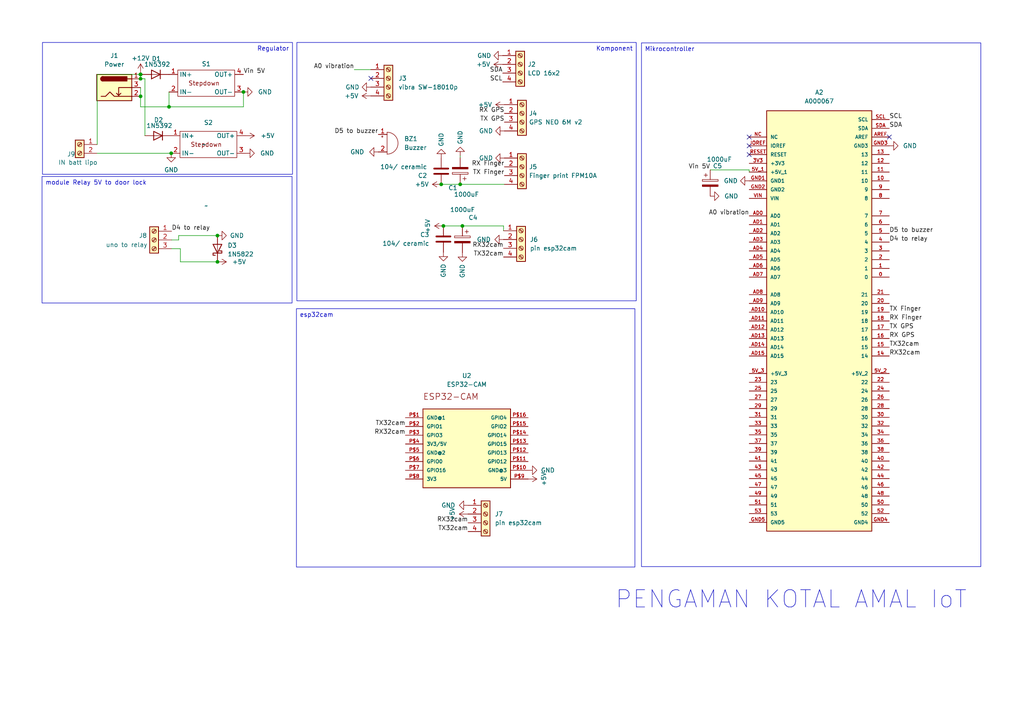
<source format=kicad_sch>
(kicad_sch (version 20230121) (generator eeschema)

  (uuid 5ac306c9-a084-4989-aca6-60b7ef847463)

  (paper "A4")

  (lib_symbols
    (symbol "Arduino Mega:A000067" (pin_names (offset 1.016)) (in_bom yes) (on_board yes)
      (property "Reference" "A" (at -15.24 61.595 0)
        (effects (font (size 1.27 1.27)) (justify left bottom))
      )
      (property "Value" "A000067" (at -15.24 -63.5 0)
        (effects (font (size 1.27 1.27)) (justify left bottom))
      )
      (property "Footprint" "A000067:ARDUINO_A000067" (at 0 0 0)
        (effects (font (size 1.27 1.27)) (justify bottom) hide)
      )
      (property "Datasheet" "" (at 0 0 0)
        (effects (font (size 1.27 1.27)) hide)
      )
      (property "MF" "Arduino" (at 0 0 0)
        (effects (font (size 1.27 1.27)) (justify bottom) hide)
      )
      (property "DESCRIPTION" "Dev.kit: Arduino; SPI, TWI, UART; ICSP, USB B, pin strips, supply" (at 0 0 0)
        (effects (font (size 1.27 1.27)) (justify bottom) hide)
      )
      (property "PACKAGE" "None" (at 0 0 0)
        (effects (font (size 1.27 1.27)) (justify bottom) hide)
      )
      (property "PRICE" "None" (at 0 0 0)
        (effects (font (size 1.27 1.27)) (justify bottom) hide)
      )
      (property "Package" "Non-Standard Arduino" (at 0 0 0)
        (effects (font (size 1.27 1.27)) (justify bottom) hide)
      )
      (property "Check_prices" "https://www.snapeda.com/parts/Arduino%20Mega%202560%20Rev3/Arduino/view-part/?ref=eda" (at 0 0 0)
        (effects (font (size 1.27 1.27)) (justify bottom) hide)
      )
      (property "Price" "None" (at 0 0 0)
        (effects (font (size 1.27 1.27)) (justify bottom) hide)
      )
      (property "SnapEDA_Link" "https://www.snapeda.com/parts/Arduino%20Mega%202560%20Rev3/Arduino/view-part/?ref=snap" (at 0 0 0)
        (effects (font (size 1.27 1.27)) (justify bottom) hide)
      )
      (property "MP" "Arduino Mega 2560 Rev3" (at 0 0 0)
        (effects (font (size 1.27 1.27)) (justify bottom) hide)
      )
      (property "Availability" "In Stock" (at 0 0 0)
        (effects (font (size 1.27 1.27)) (justify bottom) hide)
      )
      (property "AVAILABILITY" "Unavailable" (at 0 0 0)
        (effects (font (size 1.27 1.27)) (justify bottom) hide)
      )
      (property "Description" "\n                        \n                            8-bit board with 54 digital pins, 16 analog inputs, and 4 serial ports.\n                        \n" (at 0 0 0)
        (effects (font (size 1.27 1.27)) (justify bottom) hide)
      )
      (symbol "A000067_0_0"
        (rectangle (start -15.24 -60.96) (end 15.24 60.96)
          (stroke (width 0.254) (type default))
          (fill (type background))
        )
        (pin passive line (at 20.32 12.7 180) (length 5.08)
          (name "0" (effects (font (size 1.016 1.016))))
          (number "0" (effects (font (size 1.016 1.016))))
        )
        (pin passive line (at 20.32 15.24 180) (length 5.08)
          (name "1" (effects (font (size 1.016 1.016))))
          (number "1" (effects (font (size 1.016 1.016))))
        )
        (pin passive line (at 20.32 40.64 180) (length 5.08)
          (name "10" (effects (font (size 1.016 1.016))))
          (number "10" (effects (font (size 1.016 1.016))))
        )
        (pin passive line (at 20.32 43.18 180) (length 5.08)
          (name "11" (effects (font (size 1.016 1.016))))
          (number "11" (effects (font (size 1.016 1.016))))
        )
        (pin passive line (at 20.32 45.72 180) (length 5.08)
          (name "12" (effects (font (size 1.016 1.016))))
          (number "12" (effects (font (size 1.016 1.016))))
        )
        (pin passive line (at 20.32 48.26 180) (length 5.08)
          (name "13" (effects (font (size 1.016 1.016))))
          (number "13" (effects (font (size 1.016 1.016))))
        )
        (pin passive line (at 20.32 -10.16 180) (length 5.08)
          (name "14" (effects (font (size 1.016 1.016))))
          (number "14" (effects (font (size 1.016 1.016))))
        )
        (pin passive line (at 20.32 -7.62 180) (length 5.08)
          (name "15" (effects (font (size 1.016 1.016))))
          (number "15" (effects (font (size 1.016 1.016))))
        )
        (pin passive line (at 20.32 -5.08 180) (length 5.08)
          (name "16" (effects (font (size 1.016 1.016))))
          (number "16" (effects (font (size 1.016 1.016))))
        )
        (pin passive line (at 20.32 -2.54 180) (length 5.08)
          (name "17" (effects (font (size 1.016 1.016))))
          (number "17" (effects (font (size 1.016 1.016))))
        )
        (pin passive line (at 20.32 0 180) (length 5.08)
          (name "18" (effects (font (size 1.016 1.016))))
          (number "18" (effects (font (size 1.016 1.016))))
        )
        (pin passive line (at 20.32 2.54 180) (length 5.08)
          (name "19" (effects (font (size 1.016 1.016))))
          (number "19" (effects (font (size 1.016 1.016))))
        )
        (pin passive line (at 20.32 17.78 180) (length 5.08)
          (name "2" (effects (font (size 1.016 1.016))))
          (number "2" (effects (font (size 1.016 1.016))))
        )
        (pin passive line (at 20.32 5.08 180) (length 5.08)
          (name "20" (effects (font (size 1.016 1.016))))
          (number "20" (effects (font (size 1.016 1.016))))
        )
        (pin passive line (at 20.32 7.62 180) (length 5.08)
          (name "21" (effects (font (size 1.016 1.016))))
          (number "21" (effects (font (size 1.016 1.016))))
        )
        (pin passive line (at 20.32 -17.78 180) (length 5.08)
          (name "22" (effects (font (size 1.016 1.016))))
          (number "22" (effects (font (size 1.016 1.016))))
        )
        (pin passive line (at -20.32 -17.78 0) (length 5.08)
          (name "23" (effects (font (size 1.016 1.016))))
          (number "23" (effects (font (size 1.016 1.016))))
        )
        (pin passive line (at 20.32 -20.32 180) (length 5.08)
          (name "24" (effects (font (size 1.016 1.016))))
          (number "24" (effects (font (size 1.016 1.016))))
        )
        (pin passive line (at -20.32 -20.32 0) (length 5.08)
          (name "25" (effects (font (size 1.016 1.016))))
          (number "25" (effects (font (size 1.016 1.016))))
        )
        (pin passive line (at 20.32 -22.86 180) (length 5.08)
          (name "26" (effects (font (size 1.016 1.016))))
          (number "26" (effects (font (size 1.016 1.016))))
        )
        (pin passive line (at -20.32 -22.86 0) (length 5.08)
          (name "27" (effects (font (size 1.016 1.016))))
          (number "27" (effects (font (size 1.016 1.016))))
        )
        (pin passive line (at 20.32 -25.4 180) (length 5.08)
          (name "28" (effects (font (size 1.016 1.016))))
          (number "28" (effects (font (size 1.016 1.016))))
        )
        (pin passive line (at -20.32 -25.4 0) (length 5.08)
          (name "29" (effects (font (size 1.016 1.016))))
          (number "29" (effects (font (size 1.016 1.016))))
        )
        (pin passive line (at 20.32 20.32 180) (length 5.08)
          (name "3" (effects (font (size 1.016 1.016))))
          (number "3" (effects (font (size 1.016 1.016))))
        )
        (pin passive line (at 20.32 -27.94 180) (length 5.08)
          (name "30" (effects (font (size 1.016 1.016))))
          (number "30" (effects (font (size 1.016 1.016))))
        )
        (pin passive line (at -20.32 -27.94 0) (length 5.08)
          (name "31" (effects (font (size 1.016 1.016))))
          (number "31" (effects (font (size 1.016 1.016))))
        )
        (pin passive line (at 20.32 -30.48 180) (length 5.08)
          (name "32" (effects (font (size 1.016 1.016))))
          (number "32" (effects (font (size 1.016 1.016))))
        )
        (pin passive line (at -20.32 -30.48 0) (length 5.08)
          (name "33" (effects (font (size 1.016 1.016))))
          (number "33" (effects (font (size 1.016 1.016))))
        )
        (pin passive line (at 20.32 -33.02 180) (length 5.08)
          (name "34" (effects (font (size 1.016 1.016))))
          (number "34" (effects (font (size 1.016 1.016))))
        )
        (pin passive line (at -20.32 -33.02 0) (length 5.08)
          (name "35" (effects (font (size 1.016 1.016))))
          (number "35" (effects (font (size 1.016 1.016))))
        )
        (pin passive line (at 20.32 -35.56 180) (length 5.08)
          (name "36" (effects (font (size 1.016 1.016))))
          (number "36" (effects (font (size 1.016 1.016))))
        )
        (pin passive line (at -20.32 -35.56 0) (length 5.08)
          (name "37" (effects (font (size 1.016 1.016))))
          (number "37" (effects (font (size 1.016 1.016))))
        )
        (pin passive line (at 20.32 -38.1 180) (length 5.08)
          (name "38" (effects (font (size 1.016 1.016))))
          (number "38" (effects (font (size 1.016 1.016))))
        )
        (pin passive line (at -20.32 -38.1 0) (length 5.08)
          (name "39" (effects (font (size 1.016 1.016))))
          (number "39" (effects (font (size 1.016 1.016))))
        )
        (pin passive line (at -20.32 45.72 0) (length 5.08)
          (name "+3V3" (effects (font (size 1.016 1.016))))
          (number "3V3" (effects (font (size 1.016 1.016))))
        )
        (pin passive line (at 20.32 22.86 180) (length 5.08)
          (name "4" (effects (font (size 1.016 1.016))))
          (number "4" (effects (font (size 1.016 1.016))))
        )
        (pin passive line (at 20.32 -40.64 180) (length 5.08)
          (name "40" (effects (font (size 1.016 1.016))))
          (number "40" (effects (font (size 1.016 1.016))))
        )
        (pin passive line (at -20.32 -40.64 0) (length 5.08)
          (name "41" (effects (font (size 1.016 1.016))))
          (number "41" (effects (font (size 1.016 1.016))))
        )
        (pin passive line (at 20.32 -43.18 180) (length 5.08)
          (name "42" (effects (font (size 1.016 1.016))))
          (number "42" (effects (font (size 1.016 1.016))))
        )
        (pin passive line (at -20.32 -43.18 0) (length 5.08)
          (name "43" (effects (font (size 1.016 1.016))))
          (number "43" (effects (font (size 1.016 1.016))))
        )
        (pin passive line (at 20.32 -45.72 180) (length 5.08)
          (name "44" (effects (font (size 1.016 1.016))))
          (number "44" (effects (font (size 1.016 1.016))))
        )
        (pin passive line (at -20.32 -45.72 0) (length 5.08)
          (name "45" (effects (font (size 1.016 1.016))))
          (number "45" (effects (font (size 1.016 1.016))))
        )
        (pin passive line (at 20.32 -48.26 180) (length 5.08)
          (name "46" (effects (font (size 1.016 1.016))))
          (number "46" (effects (font (size 1.016 1.016))))
        )
        (pin passive line (at -20.32 -48.26 0) (length 5.08)
          (name "47" (effects (font (size 1.016 1.016))))
          (number "47" (effects (font (size 1.016 1.016))))
        )
        (pin passive line (at 20.32 -50.8 180) (length 5.08)
          (name "48" (effects (font (size 1.016 1.016))))
          (number "48" (effects (font (size 1.016 1.016))))
        )
        (pin passive line (at -20.32 -50.8 0) (length 5.08)
          (name "49" (effects (font (size 1.016 1.016))))
          (number "49" (effects (font (size 1.016 1.016))))
        )
        (pin passive line (at 20.32 25.4 180) (length 5.08)
          (name "5" (effects (font (size 1.016 1.016))))
          (number "5" (effects (font (size 1.016 1.016))))
        )
        (pin passive line (at 20.32 -53.34 180) (length 5.08)
          (name "50" (effects (font (size 1.016 1.016))))
          (number "50" (effects (font (size 1.016 1.016))))
        )
        (pin passive line (at -20.32 -53.34 0) (length 5.08)
          (name "51" (effects (font (size 1.016 1.016))))
          (number "51" (effects (font (size 1.016 1.016))))
        )
        (pin passive line (at 20.32 -55.88 180) (length 5.08)
          (name "52" (effects (font (size 1.016 1.016))))
          (number "52" (effects (font (size 1.016 1.016))))
        )
        (pin passive line (at -20.32 -55.88 0) (length 5.08)
          (name "53" (effects (font (size 1.016 1.016))))
          (number "53" (effects (font (size 1.016 1.016))))
        )
        (pin passive line (at -20.32 43.18 0) (length 5.08)
          (name "+5V_1" (effects (font (size 1.016 1.016))))
          (number "5V_1" (effects (font (size 1.016 1.016))))
        )
        (pin passive line (at 20.32 -15.24 180) (length 5.08)
          (name "+5V_2" (effects (font (size 1.016 1.016))))
          (number "5V_2" (effects (font (size 1.016 1.016))))
        )
        (pin passive line (at -20.32 -15.24 0) (length 5.08)
          (name "+5V_3" (effects (font (size 1.016 1.016))))
          (number "5V_3" (effects (font (size 1.016 1.016))))
        )
        (pin passive line (at 20.32 27.94 180) (length 5.08)
          (name "6" (effects (font (size 1.016 1.016))))
          (number "6" (effects (font (size 1.016 1.016))))
        )
        (pin passive line (at 20.32 30.48 180) (length 5.08)
          (name "7" (effects (font (size 1.016 1.016))))
          (number "7" (effects (font (size 1.016 1.016))))
        )
        (pin passive line (at 20.32 35.56 180) (length 5.08)
          (name "8" (effects (font (size 1.016 1.016))))
          (number "8" (effects (font (size 1.016 1.016))))
        )
        (pin passive line (at 20.32 38.1 180) (length 5.08)
          (name "9" (effects (font (size 1.016 1.016))))
          (number "9" (effects (font (size 1.016 1.016))))
        )
        (pin passive line (at -20.32 30.48 0) (length 5.08)
          (name "AD0" (effects (font (size 1.016 1.016))))
          (number "AD0" (effects (font (size 1.016 1.016))))
        )
        (pin passive line (at -20.32 27.94 0) (length 5.08)
          (name "AD1" (effects (font (size 1.016 1.016))))
          (number "AD1" (effects (font (size 1.016 1.016))))
        )
        (pin passive line (at -20.32 2.54 0) (length 5.08)
          (name "AD10" (effects (font (size 1.016 1.016))))
          (number "AD10" (effects (font (size 1.016 1.016))))
        )
        (pin passive line (at -20.32 0 0) (length 5.08)
          (name "AD11" (effects (font (size 1.016 1.016))))
          (number "AD11" (effects (font (size 1.016 1.016))))
        )
        (pin passive line (at -20.32 -2.54 0) (length 5.08)
          (name "AD12" (effects (font (size 1.016 1.016))))
          (number "AD12" (effects (font (size 1.016 1.016))))
        )
        (pin passive line (at -20.32 -5.08 0) (length 5.08)
          (name "AD13" (effects (font (size 1.016 1.016))))
          (number "AD13" (effects (font (size 1.016 1.016))))
        )
        (pin passive line (at -20.32 -7.62 0) (length 5.08)
          (name "AD14" (effects (font (size 1.016 1.016))))
          (number "AD14" (effects (font (size 1.016 1.016))))
        )
        (pin passive line (at -20.32 -10.16 0) (length 5.08)
          (name "AD15" (effects (font (size 1.016 1.016))))
          (number "AD15" (effects (font (size 1.016 1.016))))
        )
        (pin passive line (at -20.32 25.4 0) (length 5.08)
          (name "AD2" (effects (font (size 1.016 1.016))))
          (number "AD2" (effects (font (size 1.016 1.016))))
        )
        (pin passive line (at -20.32 22.86 0) (length 5.08)
          (name "AD3" (effects (font (size 1.016 1.016))))
          (number "AD3" (effects (font (size 1.016 1.016))))
        )
        (pin passive line (at -20.32 20.32 0) (length 5.08)
          (name "AD4" (effects (font (size 1.016 1.016))))
          (number "AD4" (effects (font (size 1.016 1.016))))
        )
        (pin passive line (at -20.32 17.78 0) (length 5.08)
          (name "AD5" (effects (font (size 1.016 1.016))))
          (number "AD5" (effects (font (size 1.016 1.016))))
        )
        (pin passive line (at -20.32 15.24 0) (length 5.08)
          (name "AD6" (effects (font (size 1.016 1.016))))
          (number "AD6" (effects (font (size 1.016 1.016))))
        )
        (pin passive line (at -20.32 12.7 0) (length 5.08)
          (name "AD7" (effects (font (size 1.016 1.016))))
          (number "AD7" (effects (font (size 1.016 1.016))))
        )
        (pin passive line (at -20.32 7.62 0) (length 5.08)
          (name "AD8" (effects (font (size 1.016 1.016))))
          (number "AD8" (effects (font (size 1.016 1.016))))
        )
        (pin passive line (at -20.32 5.08 0) (length 5.08)
          (name "AD9" (effects (font (size 1.016 1.016))))
          (number "AD9" (effects (font (size 1.016 1.016))))
        )
        (pin passive line (at 20.32 53.34 180) (length 5.08)
          (name "AREF" (effects (font (size 1.016 1.016))))
          (number "AREF" (effects (font (size 1.016 1.016))))
        )
        (pin passive line (at -20.32 40.64 0) (length 5.08)
          (name "GND1" (effects (font (size 1.016 1.016))))
          (number "GND1" (effects (font (size 1.016 1.016))))
        )
        (pin passive line (at -20.32 38.1 0) (length 5.08)
          (name "GND2" (effects (font (size 1.016 1.016))))
          (number "GND2" (effects (font (size 1.016 1.016))))
        )
        (pin passive line (at 20.32 50.8 180) (length 5.08)
          (name "GND3" (effects (font (size 1.016 1.016))))
          (number "GND3" (effects (font (size 1.016 1.016))))
        )
        (pin passive line (at 20.32 -58.42 180) (length 5.08)
          (name "GND4" (effects (font (size 1.016 1.016))))
          (number "GND4" (effects (font (size 1.016 1.016))))
        )
        (pin passive line (at -20.32 -58.42 0) (length 5.08)
          (name "GND5" (effects (font (size 1.016 1.016))))
          (number "GND5" (effects (font (size 1.016 1.016))))
        )
        (pin passive line (at -20.32 50.8 0) (length 5.08)
          (name "IOREF" (effects (font (size 1.016 1.016))))
          (number "IOREF" (effects (font (size 1.016 1.016))))
        )
        (pin passive line (at -20.32 53.34 0) (length 5.08)
          (name "NC" (effects (font (size 1.016 1.016))))
          (number "NC" (effects (font (size 1.016 1.016))))
        )
        (pin passive line (at -20.32 48.26 0) (length 5.08)
          (name "RESET" (effects (font (size 1.016 1.016))))
          (number "RESET" (effects (font (size 1.016 1.016))))
        )
        (pin passive line (at 20.32 58.42 180) (length 5.08)
          (name "SCL" (effects (font (size 1.016 1.016))))
          (number "SCL" (effects (font (size 1.016 1.016))))
        )
        (pin passive line (at 20.32 55.88 180) (length 5.08)
          (name "SDA" (effects (font (size 1.016 1.016))))
          (number "SDA" (effects (font (size 1.016 1.016))))
        )
        (pin passive line (at -20.32 35.56 0) (length 5.08)
          (name "VIN" (effects (font (size 1.016 1.016))))
          (number "VIN" (effects (font (size 1.016 1.016))))
        )
      )
    )
    (symbol "Connector:Barrel_Jack_Switch" (pin_names hide) (in_bom yes) (on_board yes)
      (property "Reference" "J" (at 0 5.334 0)
        (effects (font (size 1.27 1.27)))
      )
      (property "Value" "Barrel_Jack_Switch" (at 0 -5.08 0)
        (effects (font (size 1.27 1.27)))
      )
      (property "Footprint" "" (at 1.27 -1.016 0)
        (effects (font (size 1.27 1.27)) hide)
      )
      (property "Datasheet" "~" (at 1.27 -1.016 0)
        (effects (font (size 1.27 1.27)) hide)
      )
      (property "ki_keywords" "DC power barrel jack connector" (at 0 0 0)
        (effects (font (size 1.27 1.27)) hide)
      )
      (property "ki_description" "DC Barrel Jack with an internal switch" (at 0 0 0)
        (effects (font (size 1.27 1.27)) hide)
      )
      (property "ki_fp_filters" "BarrelJack*" (at 0 0 0)
        (effects (font (size 1.27 1.27)) hide)
      )
      (symbol "Barrel_Jack_Switch_0_1"
        (rectangle (start -5.08 3.81) (end 5.08 -3.81)
          (stroke (width 0.254) (type default))
          (fill (type background))
        )
        (arc (start -3.302 3.175) (mid -3.9343 2.54) (end -3.302 1.905)
          (stroke (width 0.254) (type default))
          (fill (type none))
        )
        (arc (start -3.302 3.175) (mid -3.9343 2.54) (end -3.302 1.905)
          (stroke (width 0.254) (type default))
          (fill (type outline))
        )
        (polyline
          (pts
            (xy 1.27 -2.286)
            (xy 1.905 -1.651)
          )
          (stroke (width 0.254) (type default))
          (fill (type none))
        )
        (polyline
          (pts
            (xy 5.08 2.54)
            (xy 3.81 2.54)
          )
          (stroke (width 0.254) (type default))
          (fill (type none))
        )
        (polyline
          (pts
            (xy 5.08 0)
            (xy 1.27 0)
            (xy 1.27 -2.286)
            (xy 0.635 -1.651)
          )
          (stroke (width 0.254) (type default))
          (fill (type none))
        )
        (polyline
          (pts
            (xy -3.81 -2.54)
            (xy -2.54 -2.54)
            (xy -1.27 -1.27)
            (xy 0 -2.54)
            (xy 2.54 -2.54)
            (xy 5.08 -2.54)
          )
          (stroke (width 0.254) (type default))
          (fill (type none))
        )
        (rectangle (start 3.683 3.175) (end -3.302 1.905)
          (stroke (width 0.254) (type default))
          (fill (type outline))
        )
      )
      (symbol "Barrel_Jack_Switch_1_1"
        (pin passive line (at 7.62 2.54 180) (length 2.54)
          (name "~" (effects (font (size 1.27 1.27))))
          (number "1" (effects (font (size 1.27 1.27))))
        )
        (pin passive line (at 7.62 -2.54 180) (length 2.54)
          (name "~" (effects (font (size 1.27 1.27))))
          (number "2" (effects (font (size 1.27 1.27))))
        )
        (pin passive line (at 7.62 0 180) (length 2.54)
          (name "~" (effects (font (size 1.27 1.27))))
          (number "3" (effects (font (size 1.27 1.27))))
        )
      )
    )
    (symbol "Connector:Screw_Terminal_01x02" (pin_names (offset 1.016) hide) (in_bom yes) (on_board yes)
      (property "Reference" "J" (at 0 2.54 0)
        (effects (font (size 1.27 1.27)))
      )
      (property "Value" "Screw_Terminal_01x02" (at 0 -5.08 0)
        (effects (font (size 1.27 1.27)))
      )
      (property "Footprint" "" (at 0 0 0)
        (effects (font (size 1.27 1.27)) hide)
      )
      (property "Datasheet" "~" (at 0 0 0)
        (effects (font (size 1.27 1.27)) hide)
      )
      (property "ki_keywords" "screw terminal" (at 0 0 0)
        (effects (font (size 1.27 1.27)) hide)
      )
      (property "ki_description" "Generic screw terminal, single row, 01x02, script generated (kicad-library-utils/schlib/autogen/connector/)" (at 0 0 0)
        (effects (font (size 1.27 1.27)) hide)
      )
      (property "ki_fp_filters" "TerminalBlock*:*" (at 0 0 0)
        (effects (font (size 1.27 1.27)) hide)
      )
      (symbol "Screw_Terminal_01x02_1_1"
        (rectangle (start -1.27 1.27) (end 1.27 -3.81)
          (stroke (width 0.254) (type default))
          (fill (type background))
        )
        (circle (center 0 -2.54) (radius 0.635)
          (stroke (width 0.1524) (type default))
          (fill (type none))
        )
        (polyline
          (pts
            (xy -0.5334 -2.2098)
            (xy 0.3302 -3.048)
          )
          (stroke (width 0.1524) (type default))
          (fill (type none))
        )
        (polyline
          (pts
            (xy -0.5334 0.3302)
            (xy 0.3302 -0.508)
          )
          (stroke (width 0.1524) (type default))
          (fill (type none))
        )
        (polyline
          (pts
            (xy -0.3556 -2.032)
            (xy 0.508 -2.8702)
          )
          (stroke (width 0.1524) (type default))
          (fill (type none))
        )
        (polyline
          (pts
            (xy -0.3556 0.508)
            (xy 0.508 -0.3302)
          )
          (stroke (width 0.1524) (type default))
          (fill (type none))
        )
        (circle (center 0 0) (radius 0.635)
          (stroke (width 0.1524) (type default))
          (fill (type none))
        )
        (pin passive line (at -5.08 0 0) (length 3.81)
          (name "Pin_1" (effects (font (size 1.27 1.27))))
          (number "1" (effects (font (size 1.27 1.27))))
        )
        (pin passive line (at -5.08 -2.54 0) (length 3.81)
          (name "Pin_2" (effects (font (size 1.27 1.27))))
          (number "2" (effects (font (size 1.27 1.27))))
        )
      )
    )
    (symbol "Connector:Screw_Terminal_01x03" (pin_names (offset 1.016) hide) (in_bom yes) (on_board yes)
      (property "Reference" "J" (at 0 5.08 0)
        (effects (font (size 1.27 1.27)))
      )
      (property "Value" "Screw_Terminal_01x03" (at 0 -5.08 0)
        (effects (font (size 1.27 1.27)))
      )
      (property "Footprint" "" (at 0 0 0)
        (effects (font (size 1.27 1.27)) hide)
      )
      (property "Datasheet" "~" (at 0 0 0)
        (effects (font (size 1.27 1.27)) hide)
      )
      (property "ki_keywords" "screw terminal" (at 0 0 0)
        (effects (font (size 1.27 1.27)) hide)
      )
      (property "ki_description" "Generic screw terminal, single row, 01x03, script generated (kicad-library-utils/schlib/autogen/connector/)" (at 0 0 0)
        (effects (font (size 1.27 1.27)) hide)
      )
      (property "ki_fp_filters" "TerminalBlock*:*" (at 0 0 0)
        (effects (font (size 1.27 1.27)) hide)
      )
      (symbol "Screw_Terminal_01x03_1_1"
        (rectangle (start -1.27 3.81) (end 1.27 -3.81)
          (stroke (width 0.254) (type default))
          (fill (type background))
        )
        (circle (center 0 -2.54) (radius 0.635)
          (stroke (width 0.1524) (type default))
          (fill (type none))
        )
        (polyline
          (pts
            (xy -0.5334 -2.2098)
            (xy 0.3302 -3.048)
          )
          (stroke (width 0.1524) (type default))
          (fill (type none))
        )
        (polyline
          (pts
            (xy -0.5334 0.3302)
            (xy 0.3302 -0.508)
          )
          (stroke (width 0.1524) (type default))
          (fill (type none))
        )
        (polyline
          (pts
            (xy -0.5334 2.8702)
            (xy 0.3302 2.032)
          )
          (stroke (width 0.1524) (type default))
          (fill (type none))
        )
        (polyline
          (pts
            (xy -0.3556 -2.032)
            (xy 0.508 -2.8702)
          )
          (stroke (width 0.1524) (type default))
          (fill (type none))
        )
        (polyline
          (pts
            (xy -0.3556 0.508)
            (xy 0.508 -0.3302)
          )
          (stroke (width 0.1524) (type default))
          (fill (type none))
        )
        (polyline
          (pts
            (xy -0.3556 3.048)
            (xy 0.508 2.2098)
          )
          (stroke (width 0.1524) (type default))
          (fill (type none))
        )
        (circle (center 0 0) (radius 0.635)
          (stroke (width 0.1524) (type default))
          (fill (type none))
        )
        (circle (center 0 2.54) (radius 0.635)
          (stroke (width 0.1524) (type default))
          (fill (type none))
        )
        (pin passive line (at -5.08 2.54 0) (length 3.81)
          (name "Pin_1" (effects (font (size 1.27 1.27))))
          (number "1" (effects (font (size 1.27 1.27))))
        )
        (pin passive line (at -5.08 0 0) (length 3.81)
          (name "Pin_2" (effects (font (size 1.27 1.27))))
          (number "2" (effects (font (size 1.27 1.27))))
        )
        (pin passive line (at -5.08 -2.54 0) (length 3.81)
          (name "Pin_3" (effects (font (size 1.27 1.27))))
          (number "3" (effects (font (size 1.27 1.27))))
        )
      )
    )
    (symbol "Connector:Screw_Terminal_01x04" (pin_names (offset 1.016) hide) (in_bom yes) (on_board yes)
      (property "Reference" "J" (at 0 5.08 0)
        (effects (font (size 1.27 1.27)))
      )
      (property "Value" "Screw_Terminal_01x04" (at 0 -7.62 0)
        (effects (font (size 1.27 1.27)))
      )
      (property "Footprint" "" (at 0 0 0)
        (effects (font (size 1.27 1.27)) hide)
      )
      (property "Datasheet" "~" (at 0 0 0)
        (effects (font (size 1.27 1.27)) hide)
      )
      (property "ki_keywords" "screw terminal" (at 0 0 0)
        (effects (font (size 1.27 1.27)) hide)
      )
      (property "ki_description" "Generic screw terminal, single row, 01x04, script generated (kicad-library-utils/schlib/autogen/connector/)" (at 0 0 0)
        (effects (font (size 1.27 1.27)) hide)
      )
      (property "ki_fp_filters" "TerminalBlock*:*" (at 0 0 0)
        (effects (font (size 1.27 1.27)) hide)
      )
      (symbol "Screw_Terminal_01x04_1_1"
        (rectangle (start -1.27 3.81) (end 1.27 -6.35)
          (stroke (width 0.254) (type default))
          (fill (type background))
        )
        (circle (center 0 -5.08) (radius 0.635)
          (stroke (width 0.1524) (type default))
          (fill (type none))
        )
        (circle (center 0 -2.54) (radius 0.635)
          (stroke (width 0.1524) (type default))
          (fill (type none))
        )
        (polyline
          (pts
            (xy -0.5334 -4.7498)
            (xy 0.3302 -5.588)
          )
          (stroke (width 0.1524) (type default))
          (fill (type none))
        )
        (polyline
          (pts
            (xy -0.5334 -2.2098)
            (xy 0.3302 -3.048)
          )
          (stroke (width 0.1524) (type default))
          (fill (type none))
        )
        (polyline
          (pts
            (xy -0.5334 0.3302)
            (xy 0.3302 -0.508)
          )
          (stroke (width 0.1524) (type default))
          (fill (type none))
        )
        (polyline
          (pts
            (xy -0.5334 2.8702)
            (xy 0.3302 2.032)
          )
          (stroke (width 0.1524) (type default))
          (fill (type none))
        )
        (polyline
          (pts
            (xy -0.3556 -4.572)
            (xy 0.508 -5.4102)
          )
          (stroke (width 0.1524) (type default))
          (fill (type none))
        )
        (polyline
          (pts
            (xy -0.3556 -2.032)
            (xy 0.508 -2.8702)
          )
          (stroke (width 0.1524) (type default))
          (fill (type none))
        )
        (polyline
          (pts
            (xy -0.3556 0.508)
            (xy 0.508 -0.3302)
          )
          (stroke (width 0.1524) (type default))
          (fill (type none))
        )
        (polyline
          (pts
            (xy -0.3556 3.048)
            (xy 0.508 2.2098)
          )
          (stroke (width 0.1524) (type default))
          (fill (type none))
        )
        (circle (center 0 0) (radius 0.635)
          (stroke (width 0.1524) (type default))
          (fill (type none))
        )
        (circle (center 0 2.54) (radius 0.635)
          (stroke (width 0.1524) (type default))
          (fill (type none))
        )
        (pin passive line (at -5.08 2.54 0) (length 3.81)
          (name "Pin_1" (effects (font (size 1.27 1.27))))
          (number "1" (effects (font (size 1.27 1.27))))
        )
        (pin passive line (at -5.08 0 0) (length 3.81)
          (name "Pin_2" (effects (font (size 1.27 1.27))))
          (number "2" (effects (font (size 1.27 1.27))))
        )
        (pin passive line (at -5.08 -2.54 0) (length 3.81)
          (name "Pin_3" (effects (font (size 1.27 1.27))))
          (number "3" (effects (font (size 1.27 1.27))))
        )
        (pin passive line (at -5.08 -5.08 0) (length 3.81)
          (name "Pin_4" (effects (font (size 1.27 1.27))))
          (number "4" (effects (font (size 1.27 1.27))))
        )
      )
    )
    (symbol "Device:Buzzer" (pin_names (offset 0.0254) hide) (in_bom yes) (on_board yes)
      (property "Reference" "BZ" (at 3.81 1.27 0)
        (effects (font (size 1.27 1.27)) (justify left))
      )
      (property "Value" "Buzzer" (at 3.81 -1.27 0)
        (effects (font (size 1.27 1.27)) (justify left))
      )
      (property "Footprint" "" (at -0.635 2.54 90)
        (effects (font (size 1.27 1.27)) hide)
      )
      (property "Datasheet" "~" (at -0.635 2.54 90)
        (effects (font (size 1.27 1.27)) hide)
      )
      (property "ki_keywords" "quartz resonator ceramic" (at 0 0 0)
        (effects (font (size 1.27 1.27)) hide)
      )
      (property "ki_description" "Buzzer, polarized" (at 0 0 0)
        (effects (font (size 1.27 1.27)) hide)
      )
      (property "ki_fp_filters" "*Buzzer*" (at 0 0 0)
        (effects (font (size 1.27 1.27)) hide)
      )
      (symbol "Buzzer_0_1"
        (arc (start 0 -3.175) (mid 3.1612 0) (end 0 3.175)
          (stroke (width 0) (type default))
          (fill (type none))
        )
        (polyline
          (pts
            (xy -1.651 1.905)
            (xy -1.143 1.905)
          )
          (stroke (width 0) (type default))
          (fill (type none))
        )
        (polyline
          (pts
            (xy -1.397 2.159)
            (xy -1.397 1.651)
          )
          (stroke (width 0) (type default))
          (fill (type none))
        )
        (polyline
          (pts
            (xy 0 3.175)
            (xy 0 -3.175)
          )
          (stroke (width 0) (type default))
          (fill (type none))
        )
      )
      (symbol "Buzzer_1_1"
        (pin passive line (at -2.54 2.54 0) (length 2.54)
          (name "-" (effects (font (size 1.27 1.27))))
          (number "1" (effects (font (size 1.27 1.27))))
        )
        (pin passive line (at -2.54 -2.54 0) (length 2.54)
          (name "+" (effects (font (size 1.27 1.27))))
          (number "2" (effects (font (size 1.27 1.27))))
        )
      )
    )
    (symbol "Device:C" (pin_numbers hide) (pin_names (offset 0.254)) (in_bom yes) (on_board yes)
      (property "Reference" "C" (at 0.635 2.54 0)
        (effects (font (size 1.27 1.27)) (justify left))
      )
      (property "Value" "C" (at 0.635 -2.54 0)
        (effects (font (size 1.27 1.27)) (justify left))
      )
      (property "Footprint" "" (at 0.9652 -3.81 0)
        (effects (font (size 1.27 1.27)) hide)
      )
      (property "Datasheet" "~" (at 0 0 0)
        (effects (font (size 1.27 1.27)) hide)
      )
      (property "ki_keywords" "cap capacitor" (at 0 0 0)
        (effects (font (size 1.27 1.27)) hide)
      )
      (property "ki_description" "Unpolarized capacitor" (at 0 0 0)
        (effects (font (size 1.27 1.27)) hide)
      )
      (property "ki_fp_filters" "C_*" (at 0 0 0)
        (effects (font (size 1.27 1.27)) hide)
      )
      (symbol "C_0_1"
        (polyline
          (pts
            (xy -2.032 -0.762)
            (xy 2.032 -0.762)
          )
          (stroke (width 0.508) (type default))
          (fill (type none))
        )
        (polyline
          (pts
            (xy -2.032 0.762)
            (xy 2.032 0.762)
          )
          (stroke (width 0.508) (type default))
          (fill (type none))
        )
      )
      (symbol "C_1_1"
        (pin passive line (at 0 3.81 270) (length 2.794)
          (name "~" (effects (font (size 1.27 1.27))))
          (number "1" (effects (font (size 1.27 1.27))))
        )
        (pin passive line (at 0 -3.81 90) (length 2.794)
          (name "~" (effects (font (size 1.27 1.27))))
          (number "2" (effects (font (size 1.27 1.27))))
        )
      )
    )
    (symbol "Device:C_Polarized" (pin_numbers hide) (pin_names (offset 0.254)) (in_bom yes) (on_board yes)
      (property "Reference" "C" (at 0.635 2.54 0)
        (effects (font (size 1.27 1.27)) (justify left))
      )
      (property "Value" "C_Polarized" (at 0.635 -2.54 0)
        (effects (font (size 1.27 1.27)) (justify left))
      )
      (property "Footprint" "" (at 0.9652 -3.81 0)
        (effects (font (size 1.27 1.27)) hide)
      )
      (property "Datasheet" "~" (at 0 0 0)
        (effects (font (size 1.27 1.27)) hide)
      )
      (property "ki_keywords" "cap capacitor" (at 0 0 0)
        (effects (font (size 1.27 1.27)) hide)
      )
      (property "ki_description" "Polarized capacitor" (at 0 0 0)
        (effects (font (size 1.27 1.27)) hide)
      )
      (property "ki_fp_filters" "CP_*" (at 0 0 0)
        (effects (font (size 1.27 1.27)) hide)
      )
      (symbol "C_Polarized_0_1"
        (rectangle (start -2.286 0.508) (end 2.286 1.016)
          (stroke (width 0) (type default))
          (fill (type none))
        )
        (polyline
          (pts
            (xy -1.778 2.286)
            (xy -0.762 2.286)
          )
          (stroke (width 0) (type default))
          (fill (type none))
        )
        (polyline
          (pts
            (xy -1.27 2.794)
            (xy -1.27 1.778)
          )
          (stroke (width 0) (type default))
          (fill (type none))
        )
        (rectangle (start 2.286 -0.508) (end -2.286 -1.016)
          (stroke (width 0) (type default))
          (fill (type outline))
        )
      )
      (symbol "C_Polarized_1_1"
        (pin passive line (at 0 3.81 270) (length 2.794)
          (name "~" (effects (font (size 1.27 1.27))))
          (number "1" (effects (font (size 1.27 1.27))))
        )
        (pin passive line (at 0 -3.81 90) (length 2.794)
          (name "~" (effects (font (size 1.27 1.27))))
          (number "2" (effects (font (size 1.27 1.27))))
        )
      )
    )
    (symbol "Diode:1N4004" (pin_numbers hide) (pin_names hide) (in_bom yes) (on_board yes)
      (property "Reference" "D" (at 0 2.54 0)
        (effects (font (size 1.27 1.27)))
      )
      (property "Value" "1N4004" (at 0 -2.54 0)
        (effects (font (size 1.27 1.27)))
      )
      (property "Footprint" "Diode_THT:D_DO-41_SOD81_P10.16mm_Horizontal" (at 0 -4.445 0)
        (effects (font (size 1.27 1.27)) hide)
      )
      (property "Datasheet" "http://www.vishay.com/docs/88503/1n4001.pdf" (at 0 0 0)
        (effects (font (size 1.27 1.27)) hide)
      )
      (property "Sim.Device" "D" (at 0 0 0)
        (effects (font (size 1.27 1.27)) hide)
      )
      (property "Sim.Pins" "1=K 2=A" (at 0 0 0)
        (effects (font (size 1.27 1.27)) hide)
      )
      (property "ki_keywords" "diode" (at 0 0 0)
        (effects (font (size 1.27 1.27)) hide)
      )
      (property "ki_description" "400V 1A General Purpose Rectifier Diode, DO-41" (at 0 0 0)
        (effects (font (size 1.27 1.27)) hide)
      )
      (property "ki_fp_filters" "D*DO?41*" (at 0 0 0)
        (effects (font (size 1.27 1.27)) hide)
      )
      (symbol "1N4004_0_1"
        (polyline
          (pts
            (xy -1.27 1.27)
            (xy -1.27 -1.27)
          )
          (stroke (width 0.254) (type default))
          (fill (type none))
        )
        (polyline
          (pts
            (xy 1.27 0)
            (xy -1.27 0)
          )
          (stroke (width 0) (type default))
          (fill (type none))
        )
        (polyline
          (pts
            (xy 1.27 1.27)
            (xy 1.27 -1.27)
            (xy -1.27 0)
            (xy 1.27 1.27)
          )
          (stroke (width 0.254) (type default))
          (fill (type none))
        )
      )
      (symbol "1N4004_1_1"
        (pin passive line (at -3.81 0 0) (length 2.54)
          (name "K" (effects (font (size 1.27 1.27))))
          (number "1" (effects (font (size 1.27 1.27))))
        )
        (pin passive line (at 3.81 0 180) (length 2.54)
          (name "A" (effects (font (size 1.27 1.27))))
          (number "2" (effects (font (size 1.27 1.27))))
        )
      )
    )
    (symbol "Diode:1N5822" (pin_numbers hide) (pin_names (offset 1.016) hide) (in_bom yes) (on_board yes)
      (property "Reference" "D" (at 0 2.54 0)
        (effects (font (size 1.27 1.27)))
      )
      (property "Value" "1N5822" (at 0 -2.54 0)
        (effects (font (size 1.27 1.27)))
      )
      (property "Footprint" "Diode_THT:D_DO-201AD_P15.24mm_Horizontal" (at 0 -4.445 0)
        (effects (font (size 1.27 1.27)) hide)
      )
      (property "Datasheet" "http://www.vishay.com/docs/88526/1n5820.pdf" (at 0 0 0)
        (effects (font (size 1.27 1.27)) hide)
      )
      (property "ki_keywords" "diode Schottky" (at 0 0 0)
        (effects (font (size 1.27 1.27)) hide)
      )
      (property "ki_description" "40V 3A Schottky Barrier Rectifier Diode, DO-201AD" (at 0 0 0)
        (effects (font (size 1.27 1.27)) hide)
      )
      (property "ki_fp_filters" "D*DO?201AD*" (at 0 0 0)
        (effects (font (size 1.27 1.27)) hide)
      )
      (symbol "1N5822_0_1"
        (polyline
          (pts
            (xy 1.27 0)
            (xy -1.27 0)
          )
          (stroke (width 0) (type default))
          (fill (type none))
        )
        (polyline
          (pts
            (xy 1.27 1.27)
            (xy 1.27 -1.27)
            (xy -1.27 0)
            (xy 1.27 1.27)
          )
          (stroke (width 0.254) (type default))
          (fill (type none))
        )
        (polyline
          (pts
            (xy -1.905 0.635)
            (xy -1.905 1.27)
            (xy -1.27 1.27)
            (xy -1.27 -1.27)
            (xy -0.635 -1.27)
            (xy -0.635 -0.635)
          )
          (stroke (width 0.254) (type default))
          (fill (type none))
        )
      )
      (symbol "1N5822_1_1"
        (pin passive line (at -3.81 0 0) (length 2.54)
          (name "K" (effects (font (size 1.27 1.27))))
          (number "1" (effects (font (size 1.27 1.27))))
        )
        (pin passive line (at 3.81 0 180) (length 2.54)
          (name "A" (effects (font (size 1.27 1.27))))
          (number "2" (effects (font (size 1.27 1.27))))
        )
      )
    )
    (symbol "ESP32CAM:ESP32-CAM" (pin_names (offset 1.016)) (in_bom yes) (on_board yes)
      (property "Reference" "U" (at 0 0 0)
        (effects (font (size 1.27 1.27)) (justify bottom))
      )
      (property "Value" "ESP32-CAM" (at 0 0 0)
        (effects (font (size 1.27 1.27)) (justify bottom))
      )
      (property "Footprint" "ESP32-CAM:ESP32-CAM" (at 0 0 0)
        (effects (font (size 1.27 1.27)) (justify bottom) hide)
      )
      (property "Datasheet" "" (at 0 0 0)
        (effects (font (size 1.27 1.27)) hide)
      )
      (property "MF" "AI-Thinker" (at 0 0 0)
        (effects (font (size 1.27 1.27)) (justify bottom) hide)
      )
      (property "Description" "\n                        \n                            ESP32 ESP32 Transceiver; 802.11 a/b/g/n (Wi-Fi, WiFi, WLAN), Bluetooth® Smart 4.x Low Energy (BLE) Evaluation Board\n                        \n" (at 0 0 0)
        (effects (font (size 1.27 1.27)) (justify bottom) hide)
      )
      (property "Package" "None" (at 0 0 0)
        (effects (font (size 1.27 1.27)) (justify bottom) hide)
      )
      (property "Price" "None" (at 0 0 0)
        (effects (font (size 1.27 1.27)) (justify bottom) hide)
      )
      (property "SnapEDA_Link" "https://www.snapeda.com/parts/ESP32-CAM/AI-Thinker/view-part/?ref=snap" (at 0 0 0)
        (effects (font (size 1.27 1.27)) (justify bottom) hide)
      )
      (property "MP" "ESP32-CAM" (at 0 0 0)
        (effects (font (size 1.27 1.27)) (justify bottom) hide)
      )
      (property "Availability" "Not in stock" (at 0 0 0)
        (effects (font (size 1.27 1.27)) (justify bottom) hide)
      )
      (property "Check_prices" "https://www.snapeda.com/parts/ESP32-CAM/AI-Thinker/view-part/?ref=eda" (at 0 0 0)
        (effects (font (size 1.27 1.27)) (justify bottom) hide)
      )
      (symbol "ESP32-CAM_0_0"
        (rectangle (start -12.7 -10.16) (end 12.7 12.7)
          (stroke (width 0.254) (type default))
          (fill (type background))
        )
        (text "ESP32-CAM" (at -12.7 15.24 0)
          (effects (font (size 1.778 1.778)) (justify left bottom))
        )
        (pin bidirectional line (at -17.78 10.16 0) (length 5.08)
          (name "GND@1" (effects (font (size 1.016 1.016))))
          (number "P$1" (effects (font (size 1.016 1.016))))
        )
        (pin bidirectional line (at 17.78 -5.08 180) (length 5.08)
          (name "GND@3" (effects (font (size 1.016 1.016))))
          (number "P$10" (effects (font (size 1.016 1.016))))
        )
        (pin bidirectional line (at 17.78 -2.54 180) (length 5.08)
          (name "GPIO12" (effects (font (size 1.016 1.016))))
          (number "P$11" (effects (font (size 1.016 1.016))))
        )
        (pin bidirectional line (at 17.78 0 180) (length 5.08)
          (name "GPIO13" (effects (font (size 1.016 1.016))))
          (number "P$12" (effects (font (size 1.016 1.016))))
        )
        (pin bidirectional line (at 17.78 2.54 180) (length 5.08)
          (name "GPIO15" (effects (font (size 1.016 1.016))))
          (number "P$13" (effects (font (size 1.016 1.016))))
        )
        (pin bidirectional line (at 17.78 5.08 180) (length 5.08)
          (name "GPIO14" (effects (font (size 1.016 1.016))))
          (number "P$14" (effects (font (size 1.016 1.016))))
        )
        (pin bidirectional line (at 17.78 7.62 180) (length 5.08)
          (name "GPIO2" (effects (font (size 1.016 1.016))))
          (number "P$15" (effects (font (size 1.016 1.016))))
        )
        (pin bidirectional line (at 17.78 10.16 180) (length 5.08)
          (name "GPIO4" (effects (font (size 1.016 1.016))))
          (number "P$16" (effects (font (size 1.016 1.016))))
        )
        (pin bidirectional line (at -17.78 7.62 0) (length 5.08)
          (name "GPIO1" (effects (font (size 1.016 1.016))))
          (number "P$2" (effects (font (size 1.016 1.016))))
        )
        (pin bidirectional line (at -17.78 5.08 0) (length 5.08)
          (name "GPIO3" (effects (font (size 1.016 1.016))))
          (number "P$3" (effects (font (size 1.016 1.016))))
        )
        (pin bidirectional line (at -17.78 2.54 0) (length 5.08)
          (name "3V3/5V" (effects (font (size 1.016 1.016))))
          (number "P$4" (effects (font (size 1.016 1.016))))
        )
        (pin bidirectional line (at -17.78 0 0) (length 5.08)
          (name "GND@2" (effects (font (size 1.016 1.016))))
          (number "P$5" (effects (font (size 1.016 1.016))))
        )
        (pin bidirectional line (at -17.78 -2.54 0) (length 5.08)
          (name "GPIO0" (effects (font (size 1.016 1.016))))
          (number "P$6" (effects (font (size 1.016 1.016))))
        )
        (pin bidirectional line (at -17.78 -5.08 0) (length 5.08)
          (name "GPIO16" (effects (font (size 1.016 1.016))))
          (number "P$7" (effects (font (size 1.016 1.016))))
        )
        (pin bidirectional line (at -17.78 -7.62 0) (length 5.08)
          (name "3V3" (effects (font (size 1.016 1.016))))
          (number "P$8" (effects (font (size 1.016 1.016))))
        )
        (pin bidirectional line (at 17.78 -7.62 180) (length 5.08)
          (name "5V" (effects (font (size 1.016 1.016))))
          (number "P$9" (effects (font (size 1.016 1.016))))
        )
      )
    )
    (symbol "Stepdown:Stepdown_new" (in_bom yes) (on_board yes)
      (property "Reference" "S" (at 0 12.7 0)
        (effects (font (size 1.27 1.27)))
      )
      (property "Value" "" (at 0 0 0)
        (effects (font (size 1.27 1.27)))
      )
      (property "Footprint" "" (at 0 0 0)
        (effects (font (size 1.27 1.27)) hide)
      )
      (property "Datasheet" "" (at 0 0 0)
        (effects (font (size 1.27 1.27)) hide)
      )
      (symbol "Stepdown_new_0_0"
        (text "" (at 3.81 12.7 0)
          (effects (font (size 1.27 1.27)))
        )
      )
      (symbol "Stepdown_new_0_1"
        (rectangle (start -7.62 21.59) (end 8.89 13.97)
          (stroke (width 0) (type default))
          (fill (type none))
        )
      )
      (symbol "Stepdown_new_1_1"
        (text "Stepdown\n" (at 0 17.78 0)
          (effects (font (size 1.27 1.27)))
        )
        (pin input line (at -10.16 20.32 0) (length 2.54)
          (name "IN+" (effects (font (size 1.27 1.27))))
          (number "1" (effects (font (size 1.27 1.27))))
        )
        (pin input line (at -10.16 15.24 0) (length 2.54)
          (name "IN-" (effects (font (size 1.27 1.27))))
          (number "2" (effects (font (size 1.27 1.27))))
        )
        (pin output line (at 11.43 15.24 180) (length 2.54)
          (name "OUT-" (effects (font (size 1.27 1.27))))
          (number "3" (effects (font (size 1.27 1.27))))
        )
        (pin output line (at 11.43 20.32 180) (length 2.54)
          (name "OUT+" (effects (font (size 1.27 1.27))))
          (number "4" (effects (font (size 1.27 1.27))))
        )
      )
    )
    (symbol "power:+12V" (power) (pin_names (offset 0)) (in_bom yes) (on_board yes)
      (property "Reference" "#PWR" (at 0 -3.81 0)
        (effects (font (size 1.27 1.27)) hide)
      )
      (property "Value" "+12V" (at 0 3.556 0)
        (effects (font (size 1.27 1.27)))
      )
      (property "Footprint" "" (at 0 0 0)
        (effects (font (size 1.27 1.27)) hide)
      )
      (property "Datasheet" "" (at 0 0 0)
        (effects (font (size 1.27 1.27)) hide)
      )
      (property "ki_keywords" "global power" (at 0 0 0)
        (effects (font (size 1.27 1.27)) hide)
      )
      (property "ki_description" "Power symbol creates a global label with name \"+12V\"" (at 0 0 0)
        (effects (font (size 1.27 1.27)) hide)
      )
      (symbol "+12V_0_1"
        (polyline
          (pts
            (xy -0.762 1.27)
            (xy 0 2.54)
          )
          (stroke (width 0) (type default))
          (fill (type none))
        )
        (polyline
          (pts
            (xy 0 0)
            (xy 0 2.54)
          )
          (stroke (width 0) (type default))
          (fill (type none))
        )
        (polyline
          (pts
            (xy 0 2.54)
            (xy 0.762 1.27)
          )
          (stroke (width 0) (type default))
          (fill (type none))
        )
      )
      (symbol "+12V_1_1"
        (pin power_in line (at 0 0 90) (length 0) hide
          (name "+12V" (effects (font (size 1.27 1.27))))
          (number "1" (effects (font (size 1.27 1.27))))
        )
      )
    )
    (symbol "power:+5V" (power) (pin_names (offset 0)) (in_bom yes) (on_board yes)
      (property "Reference" "#PWR" (at 0 -3.81 0)
        (effects (font (size 1.27 1.27)) hide)
      )
      (property "Value" "+5V" (at 0 3.556 0)
        (effects (font (size 1.27 1.27)))
      )
      (property "Footprint" "" (at 0 0 0)
        (effects (font (size 1.27 1.27)) hide)
      )
      (property "Datasheet" "" (at 0 0 0)
        (effects (font (size 1.27 1.27)) hide)
      )
      (property "ki_keywords" "global power" (at 0 0 0)
        (effects (font (size 1.27 1.27)) hide)
      )
      (property "ki_description" "Power symbol creates a global label with name \"+5V\"" (at 0 0 0)
        (effects (font (size 1.27 1.27)) hide)
      )
      (symbol "+5V_0_1"
        (polyline
          (pts
            (xy -0.762 1.27)
            (xy 0 2.54)
          )
          (stroke (width 0) (type default))
          (fill (type none))
        )
        (polyline
          (pts
            (xy 0 0)
            (xy 0 2.54)
          )
          (stroke (width 0) (type default))
          (fill (type none))
        )
        (polyline
          (pts
            (xy 0 2.54)
            (xy 0.762 1.27)
          )
          (stroke (width 0) (type default))
          (fill (type none))
        )
      )
      (symbol "+5V_1_1"
        (pin power_in line (at 0 0 90) (length 0) hide
          (name "+5V" (effects (font (size 1.27 1.27))))
          (number "1" (effects (font (size 1.27 1.27))))
        )
      )
    )
    (symbol "power:GND" (power) (pin_names (offset 0)) (in_bom yes) (on_board yes)
      (property "Reference" "#PWR" (at 0 -6.35 0)
        (effects (font (size 1.27 1.27)) hide)
      )
      (property "Value" "GND" (at 0 -3.81 0)
        (effects (font (size 1.27 1.27)))
      )
      (property "Footprint" "" (at 0 0 0)
        (effects (font (size 1.27 1.27)) hide)
      )
      (property "Datasheet" "" (at 0 0 0)
        (effects (font (size 1.27 1.27)) hide)
      )
      (property "ki_keywords" "global power" (at 0 0 0)
        (effects (font (size 1.27 1.27)) hide)
      )
      (property "ki_description" "Power symbol creates a global label with name \"GND\" , ground" (at 0 0 0)
        (effects (font (size 1.27 1.27)) hide)
      )
      (symbol "GND_0_1"
        (polyline
          (pts
            (xy 0 0)
            (xy 0 -1.27)
            (xy 1.27 -1.27)
            (xy 0 -2.54)
            (xy -1.27 -1.27)
            (xy 0 -1.27)
          )
          (stroke (width 0) (type default))
          (fill (type none))
        )
      )
      (symbol "GND_1_1"
        (pin power_in line (at 0 0 270) (length 0) hide
          (name "GND" (effects (font (size 1.27 1.27))))
          (number "1" (effects (font (size 1.27 1.27))))
        )
      )
    )
  )

  (junction (at 127.9695 53.467) (diameter 0) (color 0 0 0 0)
    (uuid 02e67020-3bad-4194-bad1-45105d86d197)
  )
  (junction (at 40.767 21.59) (diameter 0) (color 0 0 0 0)
    (uuid 0437b9a5-e488-4859-82b8-abc9c3c46abb)
  )
  (junction (at 70.612 26.67) (diameter 0) (color 0 0 0 0)
    (uuid 241aeec8-59a3-4280-bd43-8ec418b9d12d)
  )
  (junction (at 128.6045 65.532) (diameter 0) (color 0 0 0 0)
    (uuid 43365b9c-4c4c-479b-b728-df98232fcf05)
  )
  (junction (at 40.767 27.94) (diameter 0) (color 0 0 0 0)
    (uuid 495ed1fc-eb39-48a9-b80f-9dbb7885d772)
  )
  (junction (at 63.071 68.326) (diameter 0) (color 0 0 0 0)
    (uuid 4e2983b7-786a-402b-a1ed-3d320b5e5227)
  )
  (junction (at 40.767 21.5853) (diameter 0) (color 0 0 0 0)
    (uuid 57c82545-c4be-446d-822d-83cca55ef694)
  )
  (junction (at 49.022 30.988) (diameter 0) (color 0 0 0 0)
    (uuid 73166247-9631-41b6-a230-547047523387)
  )
  (junction (at 63.071 75.946) (diameter 0) (color 0 0 0 0)
    (uuid 88f495e5-0ddd-4fd6-965d-22f48bbe2df4)
  )
  (junction (at 134.112 65.532) (diameter 0) (color 0 0 0 0)
    (uuid 8e1c644b-fca7-40f8-b27f-77cff346913e)
  )
  (junction (at 133.477 53.467) (diameter 0) (color 0 0 0 0)
    (uuid 98b370ec-4818-4e7a-afef-898faac4d7df)
  )
  (junction (at 49.657 44.45) (diameter 0) (color 0 0 0 0)
    (uuid cb89c7f0-cd64-4fec-b04b-8105aee5365c)
  )
  (junction (at 40.767 22.8384) (diameter 0) (color 0 0 0 0)
    (uuid fde04dd7-1bd2-45ba-b630-6ee2d07195bc)
  )

  (no_connect (at 217.297 42.291) (uuid 5191aa6c-437c-4da1-b373-ff4f0aa4c991))
  (no_connect (at 257.937 39.751) (uuid 9096bfe2-6249-442a-86ea-8edf5b5dcbb0))
  (no_connect (at 217.297 39.751) (uuid 9d70fbc8-da1f-49b8-a87a-09f411979832))
  (no_connect (at 107.569 22.733) (uuid a08c656b-10e6-479e-9299-1c65ff0c6805))
  (no_connect (at 217.297 44.831) (uuid dc952ad1-377d-487c-bb47-ec5c529530d6))

  (wire (pts (xy 49.022 30.988) (xy 70.612 30.988))
    (stroke (width 0) (type default))
    (uuid 04a77e18-5c31-495a-8db7-1325057c100c)
  )
  (wire (pts (xy 42.037 22.8384) (xy 42.037 39.37))
    (stroke (width 0) (type default))
    (uuid 18846200-69f7-47c8-a740-4df62b81cab2)
  )
  (wire (pts (xy 49.022 26.67) (xy 49.022 30.988))
    (stroke (width 0) (type default))
    (uuid 215cbd5a-4fb6-4793-aece-ecbcf8015749)
  )
  (wire (pts (xy 133.477 53.34) (xy 133.477 53.467))
    (stroke (width 0) (type default))
    (uuid 292a3de3-521d-4c4a-9410-1acf6084b286)
  )
  (wire (pts (xy 133.477 45.212) (xy 133.477 45.72))
    (stroke (width 0) (type default))
    (uuid 2da07498-1516-4a49-82ef-944d1fd4b354)
  )
  (wire (pts (xy 63.119 68.326) (xy 63.071 68.326))
    (stroke (width 0) (type default))
    (uuid 3a58a92f-f8a4-454b-9768-1380ad7e1688)
  )
  (wire (pts (xy 134.112 65.532) (xy 146.05 65.532))
    (stroke (width 0) (type default))
    (uuid 3b092b40-a4a2-41af-8fb6-d780427b3e80)
  )
  (wire (pts (xy 205.994 49.276) (xy 217.297 49.276))
    (stroke (width 0) (type default))
    (uuid 3e397c23-636b-44f0-b08e-8d4913365b67)
  )
  (wire (pts (xy 146.304 53.467) (xy 133.477 53.467))
    (stroke (width 0) (type default))
    (uuid 45dd4cb5-c931-4ee6-98a2-e0bc39217768)
  )
  (wire (pts (xy 102.743 20.193) (xy 107.569 20.193))
    (stroke (width 0) (type default))
    (uuid 58d1b08b-37a0-4bce-b91c-d5608b57a17a)
  )
  (wire (pts (xy 70.612 30.988) (xy 70.612 26.67))
    (stroke (width 0) (type default))
    (uuid 5a571b0c-1e12-440c-9a74-2c277086e5a4)
  )
  (wire (pts (xy 42.037 22.8384) (xy 40.767 22.8384))
    (stroke (width 0) (type default))
    (uuid 69f3ae62-391c-4c71-8dd2-647a6158114c)
  )
  (wire (pts (xy 40.767 25.4) (xy 40.767 27.94))
    (stroke (width 0) (type default))
    (uuid 6bfa1c65-bbff-4fa7-b826-1c57582810ce)
  )
  (wire (pts (xy 63.071 68.326) (xy 51.816 68.326))
    (stroke (width 0) (type default))
    (uuid 6fd5ab3c-d7a2-40ef-a1c5-f5e7fbe34cd0)
  )
  (wire (pts (xy 28.194 41.91) (xy 28.194 21.5853))
    (stroke (width 0) (type default))
    (uuid 76886209-46d8-4907-aa10-d0e42adda31c)
  )
  (wire (pts (xy 40.767 30.988) (xy 49.022 30.988))
    (stroke (width 0) (type default))
    (uuid 7714aa10-51ee-421f-b980-a62f6806fbcf)
  )
  (wire (pts (xy 40.767 21.59) (xy 41.402 21.59))
    (stroke (width 0) (type default))
    (uuid 7c825733-1f23-4b60-b0b0-055d9df04b91)
  )
  (wire (pts (xy 40.767 21.59) (xy 40.767 22.8384))
    (stroke (width 0) (type default))
    (uuid 7ebb2521-70c4-4a10-bc3e-07d39f28056a)
  )
  (wire (pts (xy 52.324 72.136) (xy 49.784 72.136))
    (stroke (width 0) (type default))
    (uuid 837dc4c1-c402-49ae-a9a8-b8d29e1e5d90)
  )
  (wire (pts (xy 40.767 27.94) (xy 40.767 30.988))
    (stroke (width 0) (type default))
    (uuid 86d5fe6e-0a7c-46fc-8102-0614932e6695)
  )
  (wire (pts (xy 63.071 75.946) (xy 52.324 75.946))
    (stroke (width 0) (type default))
    (uuid 8d198fc7-4e48-4ea1-b70c-5a0a76f4ad6b)
  )
  (wire (pts (xy 40.767 22.8384) (xy 40.767 22.86))
    (stroke (width 0) (type default))
    (uuid 90ca1de4-918d-4b36-b0f2-0829d6eb12f9)
  )
  (wire (pts (xy 40.767 21.5853) (xy 40.767 21.59))
    (stroke (width 0) (type default))
    (uuid 99598d0e-b756-4846-81ff-1cf33bb63a49)
  )
  (wire (pts (xy 63.119 75.946) (xy 63.071 75.946))
    (stroke (width 0) (type default))
    (uuid 99ef1e5d-5700-4e2b-8ecf-db10e456bbff)
  )
  (wire (pts (xy 28.194 44.45) (xy 49.657 44.45))
    (stroke (width 0) (type default))
    (uuid 9c251206-c016-45ab-910b-86bdac889d14)
  )
  (wire (pts (xy 133.477 53.467) (xy 127.9695 53.467))
    (stroke (width 0) (type default))
    (uuid a3f36910-6554-4159-bc71-13b81b2f6474)
  )
  (wire (pts (xy 52.324 75.946) (xy 52.324 72.136))
    (stroke (width 0) (type default))
    (uuid a40e99bc-c9da-4c30-ad9a-879224fa8ddd)
  )
  (wire (pts (xy 146.05 65.532) (xy 146.05 66.929))
    (stroke (width 0) (type default))
    (uuid a459e84d-14af-49f6-871a-c0d76409a3ee)
  )
  (wire (pts (xy 134.112 65.532) (xy 134.112 65.659))
    (stroke (width 0) (type default))
    (uuid aabec701-fff3-44a3-934a-281717623081)
  )
  (wire (pts (xy 217.297 49.276) (xy 217.297 49.911))
    (stroke (width 0) (type default))
    (uuid b73e7e9c-6efd-4fb6-9a9a-1f2060b1b40d)
  )
  (wire (pts (xy 128.6045 65.532) (xy 134.112 65.532))
    (stroke (width 0) (type default))
    (uuid b9b04ad7-8747-477a-98a4-1f1ff70086b1)
  )
  (wire (pts (xy 40.767 21.082) (xy 40.767 21.5853))
    (stroke (width 0) (type default))
    (uuid cb38ddf3-5a6e-4555-8388-84166d476910)
  )
  (wire (pts (xy 51.816 69.596) (xy 49.784 69.596))
    (stroke (width 0) (type default))
    (uuid d5b1b869-47d7-45bc-9ff1-25824ee79154)
  )
  (wire (pts (xy 51.816 68.326) (xy 51.816 69.596))
    (stroke (width 0) (type default))
    (uuid db069b1e-c6f0-4697-94f4-731029091270)
  )
  (wire (pts (xy 28.194 21.5853) (xy 40.767 21.5853))
    (stroke (width 0) (type default))
    (uuid f8681103-a7ac-402a-85f4-8fcca003ede2)
  )

  (text_box "Regulator"
    (at 12.319 12.319 0) (size 72.517 38.227)
    (stroke (width 0) (type default))
    (fill (type none))
    (effects (font (size 1.27 1.27)) (justify right top))
    (uuid 1b30256b-d0cb-405c-bf80-22d1efd4182d)
  )
  (text_box "Mikrocontroller"
    (at 186.055 12.446 0) (size 98.425 151.892)
    (stroke (width 0) (type default))
    (fill (type none))
    (effects (font (size 1.27 1.27)) (justify left top))
    (uuid 3b0293df-262f-468d-b82d-fa9e949ad922)
  )
  (text_box "Komponent"
    (at 86.106 12.319 0) (size 98.425 74.93)
    (stroke (width 0) (type default))
    (fill (type none))
    (effects (font (size 1.27 1.27)) (justify right top))
    (uuid f4a0e370-efb6-4852-92f3-6b69eef01c74)
  )
  (text_box "esp32cam"
    (at 85.979 89.535 0) (size 98.171 74.93)
    (stroke (width 0) (type default))
    (fill (type none))
    (effects (font (size 1.27 1.27)) (justify left top))
    (uuid f7f3a149-db74-4e02-8086-46a3901e8fd8)
  )
  (text_box "module Relay 5V to door lock"
    (at 12.192 51.181 0) (size 72.517 36.703)
    (stroke (width 0) (type default))
    (fill (type none))
    (effects (font (size 1.27 1.27)) (justify left top))
    (uuid fb4952d3-0264-4d50-9ffe-236ccdf4aebf)
  )

  (text "PENGAMAN KOTAL AMAL IoT" (at 178.308 176.911 0)
    (effects (font (size 5 5)) (justify left bottom))
    (uuid 2627b40e-c14c-4303-b509-c9aad3ffaa86)
  )

  (label "A0 vibration" (at 217.297 62.611 180) (fields_autoplaced)
    (effects (font (size 1.27 1.27)) (justify right bottom))
    (uuid 00b0371d-28b8-4d0e-bbf6-4d3c875f5562)
  )
  (label "TX32cam" (at 135.763 154.178 180) (fields_autoplaced)
    (effects (font (size 1.27 1.27)) (justify right bottom))
    (uuid 0bcbae1c-86d0-4d62-b76e-ce33968068cf)
  )
  (label "TX GPS" (at 146.304 35.433 180) (fields_autoplaced)
    (effects (font (size 1.27 1.27)) (justify right bottom))
    (uuid 1d24d84d-cc02-4234-8e5e-6878be5f7632)
  )
  (label "TX32cam" (at 117.602 123.698 180) (fields_autoplaced)
    (effects (font (size 1.27 1.27)) (justify right bottom))
    (uuid 1e57d10d-6300-43e4-9534-8243a94e4f77)
  )
  (label "TX32cam" (at 146.05 74.549 180) (fields_autoplaced)
    (effects (font (size 1.27 1.27)) (justify right bottom))
    (uuid 1ea49bd4-bf09-45cd-b8ce-1f3f35622e61)
  )
  (label "RX Finger" (at 146.304 48.387 180) (fields_autoplaced)
    (effects (font (size 1.27 1.27)) (justify right bottom))
    (uuid 23a7fc4f-2156-4b0d-af99-4dd36c282590)
  )
  (label "Vin 5V" (at 70.612 21.59 0) (fields_autoplaced)
    (effects (font (size 1.27 1.27)) (justify left bottom))
    (uuid 319c82de-55f8-4c88-8fa8-0620e80daa99)
  )
  (label "RX32cam" (at 257.937 103.251 0) (fields_autoplaced)
    (effects (font (size 1.27 1.27)) (justify left bottom))
    (uuid 32e2f946-77e1-4cca-9dad-e36c584f6783)
  )
  (label "TX GPS" (at 257.937 95.631 0) (fields_autoplaced)
    (effects (font (size 1.27 1.27)) (justify left bottom))
    (uuid 4d4f6f0f-d54b-47d6-bdc3-1147297a7038)
  )
  (label "D5 to buzzer" (at 109.728 38.989 180) (fields_autoplaced)
    (effects (font (size 1.27 1.27)) (justify right bottom))
    (uuid 525b59ee-4aef-4372-aab0-6f7387441aac)
  )
  (label "RX32cam" (at 117.602 126.238 180) (fields_autoplaced)
    (effects (font (size 1.27 1.27)) (justify right bottom))
    (uuid 64a1686c-e858-4c78-81cc-3f71ac664fcd)
  )
  (label "TX Finger" (at 257.937 90.551 0) (fields_autoplaced)
    (effects (font (size 1.27 1.27)) (justify left bottom))
    (uuid 77c76835-b3f2-487c-86d2-9edcf6fc161b)
  )
  (label "SDA" (at 257.937 37.211 0) (fields_autoplaced)
    (effects (font (size 1.27 1.27)) (justify left bottom))
    (uuid 794f7256-46b1-476b-b7c4-58c7d37546cd)
  )
  (label "Vin 5V" (at 205.994 49.276 180) (fields_autoplaced)
    (effects (font (size 1.27 1.27)) (justify right bottom))
    (uuid 8a915ca3-d860-4a11-9949-b29bf9630c73)
  )
  (label "TX32cam" (at 257.937 100.711 0) (fields_autoplaced)
    (effects (font (size 1.27 1.27)) (justify left bottom))
    (uuid 8cc6bcd2-a1bc-406f-9988-5c3fe135b71b)
  )
  (label "A0 vibration" (at 102.743 20.193 180) (fields_autoplaced)
    (effects (font (size 1.27 1.27)) (justify right bottom))
    (uuid 8f2e4d34-68a9-4377-916b-91853da21aad)
  )
  (label "D5 to buzzer" (at 257.937 67.691 0) (fields_autoplaced)
    (effects (font (size 1.27 1.27)) (justify left bottom))
    (uuid 93da2844-fa3c-491c-8863-c1120d1504a8)
  )
  (label "RX GPS" (at 146.304 32.893 180) (fields_autoplaced)
    (effects (font (size 1.27 1.27)) (justify right bottom))
    (uuid 9ddb1d86-0408-47dd-8c98-24a544c3a093)
  )
  (label "SCL" (at 145.796 23.749 180) (fields_autoplaced)
    (effects (font (size 1.27 1.27)) (justify right bottom))
    (uuid a2573282-b7c1-4ca7-a34a-e4a5c69e9045)
  )
  (label "RX Finger" (at 257.937 93.091 0) (fields_autoplaced)
    (effects (font (size 1.27 1.27)) (justify left bottom))
    (uuid a4a32a75-0c9a-473b-894a-7beec3f40158)
  )
  (label "SDA" (at 145.796 21.209 180) (fields_autoplaced)
    (effects (font (size 1.27 1.27)) (justify right bottom))
    (uuid bbf6b030-9c9d-4113-bcbd-10a9b75386cd)
  )
  (label "TX Finger" (at 146.304 50.927 180) (fields_autoplaced)
    (effects (font (size 1.27 1.27)) (justify right bottom))
    (uuid c35965fd-f6cc-4a79-a3b7-4b8829274ff7)
  )
  (label "RX32cam" (at 146.05 72.009 180) (fields_autoplaced)
    (effects (font (size 1.27 1.27)) (justify right bottom))
    (uuid c46ddbd6-e03a-482e-b85e-85a89948f415)
  )
  (label "RX GPS" (at 257.937 98.171 0) (fields_autoplaced)
    (effects (font (size 1.27 1.27)) (justify left bottom))
    (uuid d9520980-97ca-4076-94d4-58a80f8e8463)
  )
  (label "D4 to relay" (at 257.937 70.231 0) (fields_autoplaced)
    (effects (font (size 1.27 1.27)) (justify left bottom))
    (uuid df4bea18-71f5-42e2-9222-4516e9514707)
  )
  (label "D4 to relay" (at 49.784 67.056 0) (fields_autoplaced)
    (effects (font (size 1.27 1.27)) (justify left bottom))
    (uuid ee62e96d-17cf-47c4-a11c-38faa0849e69)
  )
  (label "RX32cam" (at 135.763 151.638 180) (fields_autoplaced)
    (effects (font (size 1.27 1.27)) (justify right bottom))
    (uuid f0eb1907-cb24-4e71-98f3-b0713ea3d920)
  )
  (label "SCL" (at 257.937 34.671 0) (fields_autoplaced)
    (effects (font (size 1.27 1.27)) (justify left bottom))
    (uuid fb581ca6-71c3-480e-8951-899151d14bb2)
  )

  (symbol (lib_id "Stepdown:Stepdown_new") (at 59.817 59.69 0) (unit 1)
    (in_bom yes) (on_board yes) (dnp no) (fields_autoplaced)
    (uuid 0352d7f5-767f-4102-b200-b29ebf3902e7)
    (property "Reference" "S2" (at 60.452 35.56 0)
      (effects (font (size 1.27 1.27)))
    )
    (property "Value" "~" (at 59.817 59.69 0)
      (effects (font (size 1.27 1.27)))
    )
    (property "Footprint" "stepdown:YAAJ_DCDC_StepDown_LM2596" (at 59.817 59.69 0)
      (effects (font (size 1.27 1.27)) hide)
    )
    (property "Datasheet" "" (at 59.817 59.69 0)
      (effects (font (size 1.27 1.27)) hide)
    )
    (pin "3" (uuid 0a49dc91-ad33-4e95-bafc-6263e48fb24d))
    (pin "2" (uuid 7c6a5f52-10e1-4b85-94a4-a92a3138d754))
    (pin "1" (uuid 6c5ca477-26c1-4fc3-82b1-6816c8663ea0))
    (pin "4" (uuid 942a5a1f-081a-4940-b39c-238e330f461d))
    (instances
      (project "TA amal box"
        (path "/5ac306c9-a084-4989-aca6-60b7ef847463"
          (reference "S2") (unit 1)
        )
      )
    )
  )

  (symbol (lib_id "power:GND") (at 146.05 69.469 270) (unit 1)
    (in_bom yes) (on_board yes) (dnp no) (fields_autoplaced)
    (uuid 07b71d51-5711-48b9-98a7-ed50eeb101d7)
    (property "Reference" "#PWR04" (at 139.7 69.469 0)
      (effects (font (size 1.27 1.27)) hide)
    )
    (property "Value" "GND" (at 142.367 69.469 90)
      (effects (font (size 1.27 1.27)) (justify right))
    )
    (property "Footprint" "" (at 146.05 69.469 0)
      (effects (font (size 1.27 1.27)) hide)
    )
    (property "Datasheet" "" (at 146.05 69.469 0)
      (effects (font (size 1.27 1.27)) hide)
    )
    (pin "1" (uuid b2c0a651-ff71-4604-8984-723dff6833bd))
    (instances
      (project "TA amal box"
        (path "/5ac306c9-a084-4989-aca6-60b7ef847463"
          (reference "#PWR04") (unit 1)
        )
      )
    )
  )

  (symbol (lib_id "power:GND") (at 70.612 26.67 90) (unit 1)
    (in_bom yes) (on_board yes) (dnp no) (fields_autoplaced)
    (uuid 093f5734-707f-4b4a-ba3f-d63ba0200d1e)
    (property "Reference" "#PWR05" (at 76.962 26.67 0)
      (effects (font (size 1.27 1.27)) hide)
    )
    (property "Value" "GND" (at 74.803 26.67 90)
      (effects (font (size 1.27 1.27)) (justify right))
    )
    (property "Footprint" "" (at 70.612 26.67 0)
      (effects (font (size 1.27 1.27)) hide)
    )
    (property "Datasheet" "" (at 70.612 26.67 0)
      (effects (font (size 1.27 1.27)) hide)
    )
    (pin "1" (uuid 5c0f8253-80af-45cb-8840-6e6af9583dbf))
    (instances
      (project "TA amal box"
        (path "/5ac306c9-a084-4989-aca6-60b7ef847463"
          (reference "#PWR05") (unit 1)
        )
      )
    )
  )

  (symbol (lib_id "Device:Buzzer") (at 112.268 41.529 0) (unit 1)
    (in_bom yes) (on_board yes) (dnp no) (fields_autoplaced)
    (uuid 0a1e0c11-b32d-4733-8155-0c1dce3bcf98)
    (property "Reference" "BZ1" (at 117.221 40.259 0)
      (effects (font (size 1.27 1.27)) (justify left))
    )
    (property "Value" "Buzzer" (at 117.221 42.799 0)
      (effects (font (size 1.27 1.27)) (justify left))
    )
    (property "Footprint" "Connector_JST:JST_XH_B2B-XH-A_1x02_P2.50mm_Vertical" (at 111.633 38.989 90)
      (effects (font (size 1.27 1.27)) hide)
    )
    (property "Datasheet" "~" (at 111.633 38.989 90)
      (effects (font (size 1.27 1.27)) hide)
    )
    (pin "2" (uuid d098922a-6b20-4fca-a6b6-04acc0fa1649))
    (pin "1" (uuid acea9f3e-35c4-470d-8239-ad1ca366d67b))
    (instances
      (project "TA amal box"
        (path "/5ac306c9-a084-4989-aca6-60b7ef847463"
          (reference "BZ1") (unit 1)
        )
      )
    )
  )

  (symbol (lib_id "Diode:1N4004") (at 45.212 21.59 180) (unit 1)
    (in_bom yes) (on_board yes) (dnp no)
    (uuid 0a4f0844-2728-4871-a7f6-75c03429a244)
    (property "Reference" "D1" (at 45.339 17.018 0)
      (effects (font (size 1.27 1.27)))
    )
    (property "Value" "1N5392" (at 45.593 18.669 0)
      (effects (font (size 1.27 1.27)))
    )
    (property "Footprint" "Diode_THT:D_DO-41_SOD81_P10.16mm_Horizontal" (at 45.212 17.145 0)
      (effects (font (size 1.27 1.27)) hide)
    )
    (property "Datasheet" "http://www.vishay.com/docs/88503/1n4001.pdf" (at 45.212 21.59 0)
      (effects (font (size 1.27 1.27)) hide)
    )
    (property "Sim.Device" "D" (at 45.212 21.59 0)
      (effects (font (size 1.27 1.27)) hide)
    )
    (property "Sim.Pins" "1=K 2=A" (at 45.212 21.59 0)
      (effects (font (size 1.27 1.27)) hide)
    )
    (pin "1" (uuid 6fc9a491-565a-4dac-83de-0f7047cc1394))
    (pin "2" (uuid 6ee09128-a438-4e2d-9811-8ef1c732f3f8))
    (instances
      (project "TA amal box"
        (path "/5ac306c9-a084-4989-aca6-60b7ef847463"
          (reference "D1") (unit 1)
        )
      )
    )
  )

  (symbol (lib_id "power:+5V") (at 135.763 149.098 90) (unit 1)
    (in_bom yes) (on_board yes) (dnp no) (fields_autoplaced)
    (uuid 0d9a5808-b1fd-4e4a-81f4-f2170ac24719)
    (property "Reference" "#PWR01" (at 139.573 149.098 0)
      (effects (font (size 1.27 1.27)) hide)
    )
    (property "Value" "+5V" (at 131.191 149.098 0)
      (effects (font (size 1.27 1.27)))
    )
    (property "Footprint" "" (at 135.763 149.098 0)
      (effects (font (size 1.27 1.27)) hide)
    )
    (property "Datasheet" "" (at 135.763 149.098 0)
      (effects (font (size 1.27 1.27)) hide)
    )
    (pin "1" (uuid f0a03990-63b8-49d1-96eb-06091898f7a4))
    (instances
      (project "TA amal box"
        (path "/5ac306c9-a084-4989-aca6-60b7ef847463"
          (reference "#PWR01") (unit 1)
        )
      )
    )
  )

  (symbol (lib_id "power:+5V") (at 63.119 75.946 270) (unit 1)
    (in_bom yes) (on_board yes) (dnp no) (fields_autoplaced)
    (uuid 11cee221-b177-428a-8bcd-c02f2403cc4d)
    (property "Reference" "#PWR09" (at 59.309 75.946 0)
      (effects (font (size 1.27 1.27)) hide)
    )
    (property "Value" "+5V" (at 67.31 75.946 90)
      (effects (font (size 1.27 1.27)) (justify left))
    )
    (property "Footprint" "" (at 63.119 75.946 0)
      (effects (font (size 1.27 1.27)) hide)
    )
    (property "Datasheet" "" (at 63.119 75.946 0)
      (effects (font (size 1.27 1.27)) hide)
    )
    (pin "1" (uuid 3580d44a-577e-41ff-940e-3e4374192a2d))
    (instances
      (project "TA amal box"
        (path "/5ac306c9-a084-4989-aca6-60b7ef847463"
          (reference "#PWR09") (unit 1)
        )
      )
    )
  )

  (symbol (lib_id "Arduino Mega:A000067") (at 237.617 93.091 0) (unit 1)
    (in_bom yes) (on_board yes) (dnp no) (fields_autoplaced)
    (uuid 1d47666f-bf91-40f2-b17c-ff270fae26bc)
    (property "Reference" "A2" (at 237.617 26.797 0)
      (effects (font (size 1.27 1.27)))
    )
    (property "Value" "A000067" (at 237.617 29.337 0)
      (effects (font (size 1.27 1.27)))
    )
    (property "Footprint" "Arduino mega:ARDUINO_A000067" (at 237.617 93.091 0)
      (effects (font (size 1.27 1.27)) (justify bottom) hide)
    )
    (property "Datasheet" "" (at 237.617 93.091 0)
      (effects (font (size 1.27 1.27)) hide)
    )
    (property "MF" "Arduino" (at 237.617 93.091 0)
      (effects (font (size 1.27 1.27)) (justify bottom) hide)
    )
    (property "DESCRIPTION" "Dev.kit: Arduino; SPI, TWI, UART; ICSP, USB B, pin strips, supply" (at 237.617 93.091 0)
      (effects (font (size 1.27 1.27)) (justify bottom) hide)
    )
    (property "PACKAGE" "None" (at 237.617 93.091 0)
      (effects (font (size 1.27 1.27)) (justify bottom) hide)
    )
    (property "PRICE" "None" (at 237.617 93.091 0)
      (effects (font (size 1.27 1.27)) (justify bottom) hide)
    )
    (property "Package" "Non-Standard Arduino" (at 237.617 93.091 0)
      (effects (font (size 1.27 1.27)) (justify bottom) hide)
    )
    (property "Check_prices" "https://www.snapeda.com/parts/Arduino%20Mega%202560%20Rev3/Arduino/view-part/?ref=eda" (at 237.617 93.091 0)
      (effects (font (size 1.27 1.27)) (justify bottom) hide)
    )
    (property "Price" "None" (at 237.617 93.091 0)
      (effects (font (size 1.27 1.27)) (justify bottom) hide)
    )
    (property "SnapEDA_Link" "https://www.snapeda.com/parts/Arduino%20Mega%202560%20Rev3/Arduino/view-part/?ref=snap" (at 237.617 93.091 0)
      (effects (font (size 1.27 1.27)) (justify bottom) hide)
    )
    (property "MP" "Arduino Mega 2560 Rev3" (at 237.617 93.091 0)
      (effects (font (size 1.27 1.27)) (justify bottom) hide)
    )
    (property "Availability" "In Stock" (at 237.617 93.091 0)
      (effects (font (size 1.27 1.27)) (justify bottom) hide)
    )
    (property "AVAILABILITY" "Unavailable" (at 237.617 93.091 0)
      (effects (font (size 1.27 1.27)) (justify bottom) hide)
    )
    (property "Description" "\n                        \n                            8-bit board with 54 digital pins, 16 analog inputs, and 4 serial ports.\n                        \n" (at 237.617 93.091 0)
      (effects (font (size 1.27 1.27)) (justify bottom) hide)
    )
    (pin "49" (uuid d6738f29-dbff-404d-81d3-66c39dec2f94))
    (pin "25" (uuid 89d0139a-9d91-459e-9a53-11fd0410701e))
    (pin "39" (uuid f229c787-a194-42a9-9ae6-8c3b9d41a483))
    (pin "5V_3" (uuid 360a2ab1-eea4-4886-b84b-4d1dc1b1719e))
    (pin "6" (uuid 5769681e-3c80-4c53-ae1a-c32af0ebfc5e))
    (pin "AD0" (uuid 1b000048-662c-46c0-9512-4d143c1c3dde))
    (pin "AD11" (uuid 658ffced-5d4f-4f5f-99d0-3e81d20f60a7))
    (pin "37" (uuid 6c5a9ca1-14aa-4496-aa72-2d0ce496ad3b))
    (pin "AD12" (uuid dbbb0a69-702c-4b1d-b0e8-47f0a895f940))
    (pin "19" (uuid 012cfa6a-33aa-4a7e-b78e-16fc252384fb))
    (pin "30" (uuid 14ca715c-b62f-4f70-a73b-00473d95c3e1))
    (pin "AD1" (uuid 421d0b29-478d-45a1-bc33-ae99cc0fe553))
    (pin "AD10" (uuid 1e548870-39d5-4209-9e87-3b6593f975a0))
    (pin "AD13" (uuid 8f89d815-9881-4756-849b-76cda425d04b))
    (pin "13" (uuid 43f42312-2a8a-4b76-a4a9-ef92928c3c0e))
    (pin "14" (uuid 68762ebd-6957-4fae-afaf-7979e39c9712))
    (pin "20" (uuid e49fbca5-4574-43bc-aa32-202e7a52593a))
    (pin "3V3" (uuid 457221cd-7848-4b99-b34e-56c1c666c8d1))
    (pin "0" (uuid 543a44c8-4d9b-41fb-ab85-966613f7ebde))
    (pin "21" (uuid 5e7cfd92-2f93-461d-b9aa-a32dab834c17))
    (pin "23" (uuid 9bf39dd0-8837-41a0-9b92-d00a2e77f476))
    (pin "27" (uuid 2b95ff02-5ef0-4b6b-a495-e48004e2f181))
    (pin "29" (uuid ea5c1764-fb41-4146-8110-ae6910435dfc))
    (pin "12" (uuid cf945198-8fa1-43a7-92af-35c10b62a9ff))
    (pin "16" (uuid 7767bf96-283b-4e2b-9047-6cfd11ddce83))
    (pin "31" (uuid e98ad4e2-1785-43fa-bb4b-fd944b7301b6))
    (pin "33" (uuid 47c85472-f905-4c77-99d8-36ffde90674d))
    (pin "34" (uuid fea5a8b5-0551-4e70-86fc-b74b7fe64fdc))
    (pin "36" (uuid 55fee857-433d-4f1a-bf92-f2a92dad0275))
    (pin "17" (uuid c862ce45-dae9-4c54-a2ce-ddd3ec83ce4b))
    (pin "15" (uuid f40c8f54-bacb-4ded-9292-d72c54f83581))
    (pin "4" (uuid be0f02c2-1403-46e3-8dda-4b2b18138560))
    (pin "44" (uuid 7ede0ef1-8f8b-4aa6-a814-f5021149fc25))
    (pin "45" (uuid 3ba46930-aae5-4aee-99a3-81024aa40a8b))
    (pin "11" (uuid 9821e582-a3db-45b6-b45b-70af3eb46c6c))
    (pin "3" (uuid 69ecf502-2c7c-422e-ba91-b1570c036deb))
    (pin "46" (uuid ab0b6236-6db3-4e4f-839a-7ceac61695f3))
    (pin "42" (uuid 23622317-b27f-47ce-9fd5-07614ce4424a))
    (pin "22" (uuid bcc69222-c81a-4fb7-a8ed-50191a20f006))
    (pin "26" (uuid c25ec5f8-7069-475b-a39a-bed6e51382a7))
    (pin "47" (uuid 6f06687c-1e51-4b78-8b09-c7081f90ae9f))
    (pin "48" (uuid dd67f5df-c223-402c-8dd8-917a84a9f856))
    (pin "5" (uuid 0a4a8605-028c-42c3-b8f2-13531e79453f))
    (pin "18" (uuid beefc595-7ef0-4ca1-a6bb-8027965e6c19))
    (pin "1" (uuid eee6abbf-255e-4fd2-8856-058dd5df2e20))
    (pin "2" (uuid 28edd01d-c3dc-44cf-b307-d4b0d86fae60))
    (pin "28" (uuid 344d0e98-eab1-4544-b08e-683f53960d1b))
    (pin "40" (uuid bce4d47b-6aac-42ae-b477-52a3a51b7794))
    (pin "43" (uuid 04759855-353a-4c1b-ac16-484e8cb7ff36))
    (pin "50" (uuid c865ef88-0111-4f7a-881d-0ef572b4b3e2))
    (pin "51" (uuid 8c6516e1-374f-4221-99a2-ab2fba862ca6))
    (pin "24" (uuid e74c52f5-0268-4468-8060-e29f3a8b1a6e))
    (pin "10" (uuid 890c399a-5a57-485b-b354-ca3b2140f742))
    (pin "32" (uuid 5ebc072a-24cc-4224-af9f-7193affb27c5))
    (pin "35" (uuid 5000b9b9-bb9e-48f5-80fe-6e04c4f339c5))
    (pin "52" (uuid 93c318c1-a571-4c39-a1ff-ba234055adc0))
    (pin "53" (uuid 3e3e5ae9-5843-460b-895a-5f3efa688bad))
    (pin "5V_1" (uuid 0d131307-c9a8-4d6b-9cf0-407ae9d99bd7))
    (pin "5V_2" (uuid e07e2346-a7a7-4b1e-91e4-615f624db3dc))
    (pin "7" (uuid 4e8577d8-2b42-48e4-ab77-d796a800cf0d))
    (pin "8" (uuid 024f4a5c-dd09-47c5-8df9-69bb9441b668))
    (pin "9" (uuid 968180c4-a8d7-4314-ad72-e931e33a7aba))
    (pin "41" (uuid 56c9da3f-3ba0-402d-bebb-9833da8e0ab7))
    (pin "38" (uuid 5dc7169e-3fcc-4aba-91c9-e5ea96c4f5db))
    (pin "GND5" (uuid 2b96ccbc-81c0-41f8-88e2-de7cf55c3467))
    (pin "SCL" (uuid c51b77ad-1fe3-4ca7-8b04-0dd5e7726f14))
    (pin "NC" (uuid 39764c60-2467-4c7d-afe6-efdd7a87610a))
    (pin "AD6" (uuid 9cc8fb71-0b0d-407c-abc9-062167638be5))
    (pin "GND3" (uuid 4b171e67-c12a-4ea1-b585-a913ad100b1b))
    (pin "GND4" (uuid 63f44ceb-00db-4353-b31b-a8cea6bf9332))
    (pin "AD4" (uuid 0f1dacc5-e6d3-4dfc-a805-3ef03234dad6))
    (pin "AD3" (uuid bc428713-92cf-4785-9940-70e041e509ac))
    (pin "VIN" (uuid d90cd5f6-de38-4c40-b553-8d3fc8079708))
    (pin "AD7" (uuid b55d5777-26db-4150-911a-83b6312cc823))
    (pin "AD9" (uuid 03ad70b6-fd2c-4e48-9afd-57f0001b8aeb))
    (pin "GND1" (uuid da899490-b868-477d-92e3-8b61166f4afb))
    (pin "IOREF" (uuid 374a6372-969d-4247-b447-0e401efd2dea))
    (pin "GND2" (uuid 5135aae6-ddda-4143-9e1b-28ba20804494))
    (pin "AD15" (uuid f5e1d288-a400-49e8-9e24-e95aac3de5f1))
    (pin "AD2" (uuid 97ebb71c-6bd5-4886-87c7-9d80bf50bae6))
    (pin "AD14" (uuid 3508538f-2917-4264-ac2d-389221ca3cf5))
    (pin "AREF" (uuid ee55405b-25cb-40b4-a8a5-e86ace20dc03))
    (pin "RESET" (uuid a21b5aab-2e3b-4908-8bb2-89043ce9e53a))
    (pin "SDA" (uuid 0c718274-8a1a-48d3-b209-7040035c00e4))
    (pin "AD5" (uuid 273e1f9c-5d9f-4a68-b7ae-3a4faecb96ca))
    (pin "AD8" (uuid a5bdf323-2efa-4dd3-b7f4-447f9c48ef22))
    (instances
      (project "TA amal box"
        (path "/5ac306c9-a084-4989-aca6-60b7ef847463"
          (reference "A2") (unit 1)
        )
      )
    )
  )

  (symbol (lib_id "Connector:Screw_Terminal_01x02") (at 23.114 41.91 0) (mirror y) (unit 1)
    (in_bom yes) (on_board yes) (dnp no)
    (uuid 1e6da139-41c6-4f1f-8b34-f50f776d3f02)
    (property "Reference" "J9" (at 21.844 44.704 0)
      (effects (font (size 1.27 1.27)) (justify left))
    )
    (property "Value" "IN batt lipo" (at 28.321 47.117 0)
      (effects (font (size 1.27 1.27)) (justify left))
    )
    (property "Footprint" "TerminalBlock_Phoenix:TerminalBlock_Phoenix_MKDS-1,5-2-5.08_1x02_P5.08mm_Horizontal" (at 23.114 41.91 0)
      (effects (font (size 1.27 1.27)) hide)
    )
    (property "Datasheet" "~" (at 23.114 41.91 0)
      (effects (font (size 1.27 1.27)) hide)
    )
    (pin "1" (uuid 75c953b4-41fc-435f-ab80-f7014c70bca7))
    (pin "2" (uuid e91e97ca-137d-48dd-9c7a-04de26c99943))
    (instances
      (project "TA amal box"
        (path "/5ac306c9-a084-4989-aca6-60b7ef847463"
          (reference "J9") (unit 1)
        )
      )
    )
  )

  (symbol (lib_id "Diode:1N4004") (at 45.847 39.37 180) (unit 1)
    (in_bom yes) (on_board yes) (dnp no)
    (uuid 1e70db5b-663b-4198-afc4-360a6fd2daac)
    (property "Reference" "D2" (at 45.974 34.798 0)
      (effects (font (size 1.27 1.27)))
    )
    (property "Value" "1N5392" (at 46.228 36.449 0)
      (effects (font (size 1.27 1.27)))
    )
    (property "Footprint" "Diode_THT:D_DO-41_SOD81_P10.16mm_Horizontal" (at 45.847 34.925 0)
      (effects (font (size 1.27 1.27)) hide)
    )
    (property "Datasheet" "http://www.vishay.com/docs/88503/1n4001.pdf" (at 45.847 39.37 0)
      (effects (font (size 1.27 1.27)) hide)
    )
    (property "Sim.Device" "D" (at 45.847 39.37 0)
      (effects (font (size 1.27 1.27)) hide)
    )
    (property "Sim.Pins" "1=K 2=A" (at 45.847 39.37 0)
      (effects (font (size 1.27 1.27)) hide)
    )
    (pin "1" (uuid c9ef3d88-37bc-4d05-a5f6-a948edea26dd))
    (pin "2" (uuid dfb992d6-0b95-42b9-acb0-ea2e6be2788f))
    (instances
      (project "TA amal box"
        (path "/5ac306c9-a084-4989-aca6-60b7ef847463"
          (reference "D2") (unit 1)
        )
      )
    )
  )

  (symbol (lib_id "power:+5V") (at 127.9695 53.467 90) (unit 1)
    (in_bom yes) (on_board yes) (dnp no) (fields_autoplaced)
    (uuid 29dd3e01-ee9d-43cb-b0d6-6075d244ca6d)
    (property "Reference" "#PWR08" (at 131.7795 53.467 0)
      (effects (font (size 1.27 1.27)) hide)
    )
    (property "Value" "+5V" (at 124.4135 53.467 90)
      (effects (font (size 1.27 1.27)) (justify left))
    )
    (property "Footprint" "" (at 127.9695 53.467 0)
      (effects (font (size 1.27 1.27)) hide)
    )
    (property "Datasheet" "" (at 127.9695 53.467 0)
      (effects (font (size 1.27 1.27)) hide)
    )
    (pin "1" (uuid 069ac2a7-9e2b-4937-b222-2bd7ebb38815))
    (instances
      (project "TA amal box"
        (path "/5ac306c9-a084-4989-aca6-60b7ef847463"
          (reference "#PWR08") (unit 1)
        )
      )
    )
  )

  (symbol (lib_id "Connector:Screw_Terminal_01x04") (at 112.649 22.733 0) (unit 1)
    (in_bom yes) (on_board yes) (dnp no) (fields_autoplaced)
    (uuid 334c6e9a-8ed6-4f82-a4f1-85e12fc498e7)
    (property "Reference" "J3" (at 115.57 22.733 0)
      (effects (font (size 1.27 1.27)) (justify left))
    )
    (property "Value" "vibra SW-18010p" (at 115.57 25.273 0)
      (effects (font (size 1.27 1.27)) (justify left))
    )
    (property "Footprint" "Connector_JST:JST_XH_B4B-XH-A_1x04_P2.50mm_Vertical" (at 112.649 22.733 0)
      (effects (font (size 1.27 1.27)) hide)
    )
    (property "Datasheet" "~" (at 112.649 22.733 0)
      (effects (font (size 1.27 1.27)) hide)
    )
    (pin "3" (uuid 4e208ae1-949c-4e4d-b542-182e9f8b8887))
    (pin "4" (uuid 2362e2cf-a5d8-466d-82be-a4f829ee8c92))
    (pin "1" (uuid e9820fb7-b243-41f0-ac4f-9c4379de05d5))
    (pin "2" (uuid f766db38-f9d5-41c4-b04b-30a49e03edcb))
    (instances
      (project "TA amal box"
        (path "/5ac306c9-a084-4989-aca6-60b7ef847463"
          (reference "J3") (unit 1)
        )
      )
    )
  )

  (symbol (lib_id "power:GND") (at 128.6045 73.152 0) (unit 1)
    (in_bom yes) (on_board yes) (dnp no)
    (uuid 3684ae8c-3bec-43e5-83c1-908d554c56f9)
    (property "Reference" "#PWR016" (at 128.6045 79.502 0)
      (effects (font (size 1.27 1.27)) hide)
    )
    (property "Value" "GND" (at 128.6045 76.454 90)
      (effects (font (size 1.27 1.27)) (justify right))
    )
    (property "Footprint" "" (at 128.6045 73.152 0)
      (effects (font (size 1.27 1.27)) hide)
    )
    (property "Datasheet" "" (at 128.6045 73.152 0)
      (effects (font (size 1.27 1.27)) hide)
    )
    (pin "1" (uuid c9a14807-b402-475b-8d32-a6fb7f2dc96d))
    (instances
      (project "TA amal box"
        (path "/5ac306c9-a084-4989-aca6-60b7ef847463"
          (reference "#PWR016") (unit 1)
        )
      )
    )
  )

  (symbol (lib_id "Device:C_Polarized") (at 205.994 53.086 0) (unit 1)
    (in_bom yes) (on_board yes) (dnp no)
    (uuid 3c46a414-9a88-4829-85d8-a216f9d52fc3)
    (property "Reference" "C5" (at 206.756 48.133 0)
      (effects (font (size 1.27 1.27)) (justify left))
    )
    (property "Value" "1000uF" (at 204.978 46.228 0)
      (effects (font (size 1.27 1.27)) (justify left))
    )
    (property "Footprint" "Capacitor_THT:CP_Radial_D8.0mm_P3.80mm" (at 206.9592 56.896 0)
      (effects (font (size 1.27 1.27)) hide)
    )
    (property "Datasheet" "~" (at 205.994 53.086 0)
      (effects (font (size 1.27 1.27)) hide)
    )
    (pin "1" (uuid e4c4dfd5-8336-463e-b2e2-3ba556a6bc20))
    (pin "2" (uuid 78b7f89b-e43b-4925-b20b-ed2fe15729dc))
    (instances
      (project "TA amal box"
        (path "/5ac306c9-a084-4989-aca6-60b7ef847463"
          (reference "C5") (unit 1)
        )
      )
    )
  )

  (symbol (lib_id "power:GND") (at 71.247 44.45 90) (unit 1)
    (in_bom yes) (on_board yes) (dnp no) (fields_autoplaced)
    (uuid 42e01ae5-3bcd-436a-87c0-e34f25458585)
    (property "Reference" "#PWR026" (at 77.597 44.45 0)
      (effects (font (size 1.27 1.27)) hide)
    )
    (property "Value" "GND" (at 75.438 44.45 90)
      (effects (font (size 1.27 1.27)) (justify right))
    )
    (property "Footprint" "" (at 71.247 44.45 0)
      (effects (font (size 1.27 1.27)) hide)
    )
    (property "Datasheet" "" (at 71.247 44.45 0)
      (effects (font (size 1.27 1.27)) hide)
    )
    (pin "1" (uuid 3b306414-0012-44fa-8dfc-79a2d31e2332))
    (instances
      (project "TA amal box"
        (path "/5ac306c9-a084-4989-aca6-60b7ef847463"
          (reference "#PWR026") (unit 1)
        )
      )
    )
  )

  (symbol (lib_id "power:GND") (at 63.119 68.326 90) (unit 1)
    (in_bom yes) (on_board yes) (dnp no) (fields_autoplaced)
    (uuid 45cdd87d-afd0-4e9c-b7d5-00bd797e68d9)
    (property "Reference" "#PWR010" (at 69.469 68.326 0)
      (effects (font (size 1.27 1.27)) hide)
    )
    (property "Value" "GND" (at 66.675 68.326 90)
      (effects (font (size 1.27 1.27)) (justify right))
    )
    (property "Footprint" "" (at 63.119 68.326 0)
      (effects (font (size 1.27 1.27)) hide)
    )
    (property "Datasheet" "" (at 63.119 68.326 0)
      (effects (font (size 1.27 1.27)) hide)
    )
    (pin "1" (uuid e19c49a3-c258-4e0c-8dfa-b83dbf02f406))
    (instances
      (project "TA amal box"
        (path "/5ac306c9-a084-4989-aca6-60b7ef847463"
          (reference "#PWR010") (unit 1)
        )
      )
    )
  )

  (symbol (lib_id "power:+5V") (at 107.569 27.813 90) (unit 1)
    (in_bom yes) (on_board yes) (dnp no) (fields_autoplaced)
    (uuid 49bad476-4566-49e1-8451-979870f04694)
    (property "Reference" "#PWR018" (at 111.379 27.813 0)
      (effects (font (size 1.27 1.27)) hide)
    )
    (property "Value" "+5V" (at 104.013 27.813 90)
      (effects (font (size 1.27 1.27)) (justify left))
    )
    (property "Footprint" "" (at 107.569 27.813 0)
      (effects (font (size 1.27 1.27)) hide)
    )
    (property "Datasheet" "" (at 107.569 27.813 0)
      (effects (font (size 1.27 1.27)) hide)
    )
    (pin "1" (uuid 9d5b294b-34af-4925-a1e3-04ac668d3aba))
    (instances
      (project "TA amal box"
        (path "/5ac306c9-a084-4989-aca6-60b7ef847463"
          (reference "#PWR018") (unit 1)
        )
      )
    )
  )

  (symbol (lib_id "Connector:Screw_Terminal_01x04") (at 151.13 69.469 0) (unit 1)
    (in_bom yes) (on_board yes) (dnp no) (fields_autoplaced)
    (uuid 510de32f-e397-4a25-b3a2-b62ab51155ba)
    (property "Reference" "J6" (at 153.67 69.469 0)
      (effects (font (size 1.27 1.27)) (justify left))
    )
    (property "Value" "pin esp32cam" (at 153.67 72.009 0)
      (effects (font (size 1.27 1.27)) (justify left))
    )
    (property "Footprint" "Connector_JST:JST_XH_B4B-XH-A_1x04_P2.50mm_Vertical" (at 151.13 69.469 0)
      (effects (font (size 1.27 1.27)) hide)
    )
    (property "Datasheet" "~" (at 151.13 69.469 0)
      (effects (font (size 1.27 1.27)) hide)
    )
    (pin "3" (uuid 65265ff5-ace1-4b76-b451-106d6b6a4c0f))
    (pin "4" (uuid 42b4e93e-6d62-4d6e-844c-148fdc59631e))
    (pin "1" (uuid c20e51ac-c041-46ee-80c0-f0153d6c1af3))
    (pin "2" (uuid 8b146ea0-0b92-4576-ad0c-b223aeb57f57))
    (instances
      (project "TA amal box"
        (path "/5ac306c9-a084-4989-aca6-60b7ef847463"
          (reference "J6") (unit 1)
        )
      )
    )
  )

  (symbol (lib_id "Device:C_Polarized") (at 134.112 69.469 0) (mirror y) (unit 1)
    (in_bom yes) (on_board yes) (dnp no)
    (uuid 538300a3-0a79-42ba-b5d3-ebefbf57fa4f)
    (property "Reference" "C4" (at 138.557 63.119 0)
      (effects (font (size 1.27 1.27)) (justify left))
    )
    (property "Value" "1000uF" (at 137.795 60.833 0)
      (effects (font (size 1.27 1.27)) (justify left))
    )
    (property "Footprint" "Capacitor_THT:CP_Radial_D8.0mm_P3.80mm" (at 133.1468 73.279 0)
      (effects (font (size 1.27 1.27)) hide)
    )
    (property "Datasheet" "~" (at 134.112 69.469 0)
      (effects (font (size 1.27 1.27)) hide)
    )
    (pin "1" (uuid b79e422d-93f5-4974-86b4-aef54e533a54))
    (pin "2" (uuid 21b62699-888f-434f-86bd-7df49a25eee9))
    (instances
      (project "TA amal box"
        (path "/5ac306c9-a084-4989-aca6-60b7ef847463"
          (reference "C4") (unit 1)
        )
      )
    )
  )

  (symbol (lib_id "Connector:Screw_Terminal_01x04") (at 140.843 149.098 0) (unit 1)
    (in_bom yes) (on_board yes) (dnp no) (fields_autoplaced)
    (uuid 5526dc8a-2372-4604-af57-0559618899c8)
    (property "Reference" "J7" (at 143.51 149.098 0)
      (effects (font (size 1.27 1.27)) (justify left))
    )
    (property "Value" "pin esp32cam" (at 143.51 151.638 0)
      (effects (font (size 1.27 1.27)) (justify left))
    )
    (property "Footprint" "Connector_JST:JST_XH_B4B-XH-A_1x04_P2.50mm_Vertical" (at 140.843 149.098 0)
      (effects (font (size 1.27 1.27)) hide)
    )
    (property "Datasheet" "~" (at 140.843 149.098 0)
      (effects (font (size 1.27 1.27)) hide)
    )
    (pin "3" (uuid 6c30a8ac-4cc5-4db9-9629-8cd83b93ef1f))
    (pin "4" (uuid 5a82479a-c95b-456f-8bf9-e346cc49839a))
    (pin "1" (uuid 6d7bca52-2c70-401c-8624-2d29f933a698))
    (pin "2" (uuid 86b0b551-cf81-4188-9135-81f430306ee9))
    (instances
      (project "TA amal box"
        (path "/5ac306c9-a084-4989-aca6-60b7ef847463"
          (reference "J7") (unit 1)
        )
      )
    )
  )

  (symbol (lib_id "power:+12V") (at 40.767 21.082 0) (unit 1)
    (in_bom yes) (on_board yes) (dnp no) (fields_autoplaced)
    (uuid 5d1ae9b7-dfed-4dcf-8413-78ff193536a5)
    (property "Reference" "#PWR07" (at 40.767 24.892 0)
      (effects (font (size 1.27 1.27)) hide)
    )
    (property "Value" "+12V" (at 40.767 16.891 0)
      (effects (font (size 1.27 1.27)))
    )
    (property "Footprint" "" (at 40.767 21.082 0)
      (effects (font (size 1.27 1.27)) hide)
    )
    (property "Datasheet" "" (at 40.767 21.082 0)
      (effects (font (size 1.27 1.27)) hide)
    )
    (pin "1" (uuid 2a62e003-1ce3-4554-b91b-eecac7874d65))
    (instances
      (project "TA amal box"
        (path "/5ac306c9-a084-4989-aca6-60b7ef847463"
          (reference "#PWR07") (unit 1)
        )
      )
    )
  )

  (symbol (lib_id "power:GND") (at 109.728 44.069 270) (unit 1)
    (in_bom yes) (on_board yes) (dnp no) (fields_autoplaced)
    (uuid 5d21cf88-afc8-492b-a451-01df1e3c96d1)
    (property "Reference" "#PWR011" (at 103.378 44.069 0)
      (effects (font (size 1.27 1.27)) hide)
    )
    (property "Value" "GND" (at 105.664 44.069 90)
      (effects (font (size 1.27 1.27)) (justify right))
    )
    (property "Footprint" "" (at 109.728 44.069 0)
      (effects (font (size 1.27 1.27)) hide)
    )
    (property "Datasheet" "" (at 109.728 44.069 0)
      (effects (font (size 1.27 1.27)) hide)
    )
    (pin "1" (uuid 1601476b-f578-48bb-b3db-686cdf392664))
    (instances
      (project "TA amal box"
        (path "/5ac306c9-a084-4989-aca6-60b7ef847463"
          (reference "#PWR011") (unit 1)
        )
      )
    )
  )

  (symbol (lib_id "power:GND") (at 146.304 45.847 270) (unit 1)
    (in_bom yes) (on_board yes) (dnp no) (fields_autoplaced)
    (uuid 5fc045a7-9692-4145-8490-71e55bc65423)
    (property "Reference" "#PWR023" (at 139.954 45.847 0)
      (effects (font (size 1.27 1.27)) hide)
    )
    (property "Value" "GND" (at 143.002 45.847 90)
      (effects (font (size 1.27 1.27)) (justify right))
    )
    (property "Footprint" "" (at 146.304 45.847 0)
      (effects (font (size 1.27 1.27)) hide)
    )
    (property "Datasheet" "" (at 146.304 45.847 0)
      (effects (font (size 1.27 1.27)) hide)
    )
    (pin "1" (uuid 6cf866f7-63d3-4cdf-a9fb-fb8ea32bee33))
    (instances
      (project "TA amal box"
        (path "/5ac306c9-a084-4989-aca6-60b7ef847463"
          (reference "#PWR023") (unit 1)
        )
      )
    )
  )

  (symbol (lib_id "Stepdown:Stepdown_new") (at 59.182 41.91 0) (unit 1)
    (in_bom yes) (on_board yes) (dnp no) (fields_autoplaced)
    (uuid 67cada20-f06d-4e33-89c6-ff3f06c69cda)
    (property "Reference" "S1" (at 59.817 18.542 0)
      (effects (font (size 1.27 1.27)))
    )
    (property "Value" "~" (at 59.182 41.91 0)
      (effects (font (size 1.27 1.27)))
    )
    (property "Footprint" "stepdown:YAAJ_DCDC_StepDown_LM2596" (at 59.182 41.91 0)
      (effects (font (size 1.27 1.27)) hide)
    )
    (property "Datasheet" "" (at 59.182 41.91 0)
      (effects (font (size 1.27 1.27)) hide)
    )
    (pin "3" (uuid 6193e1ab-7899-43e2-bb49-0a563adf3bb4))
    (pin "2" (uuid 080399f6-cba3-4773-ac92-656dd76cc792))
    (pin "1" (uuid dcbe77b6-8222-4d1b-be39-507c6b07bf4e))
    (pin "4" (uuid c491a8b0-39d1-4cf6-982c-6bc78adfe72c))
    (instances
      (project "TA amal box"
        (path "/5ac306c9-a084-4989-aca6-60b7ef847463"
          (reference "S1") (unit 1)
        )
      )
    )
  )

  (symbol (lib_id "power:GND") (at 107.569 25.273 270) (unit 1)
    (in_bom yes) (on_board yes) (dnp no) (fields_autoplaced)
    (uuid 6a587b6f-16f1-4e6e-9593-da43246afaab)
    (property "Reference" "#PWR019" (at 101.219 25.273 0)
      (effects (font (size 1.27 1.27)) hide)
    )
    (property "Value" "GND" (at 104.267 25.273 90)
      (effects (font (size 1.27 1.27)) (justify right))
    )
    (property "Footprint" "" (at 107.569 25.273 0)
      (effects (font (size 1.27 1.27)) hide)
    )
    (property "Datasheet" "" (at 107.569 25.273 0)
      (effects (font (size 1.27 1.27)) hide)
    )
    (pin "1" (uuid 0e067e44-a100-47f2-b18d-aa9417f14c72))
    (instances
      (project "TA amal box"
        (path "/5ac306c9-a084-4989-aca6-60b7ef847463"
          (reference "#PWR019") (unit 1)
        )
      )
    )
  )

  (symbol (lib_id "Connector:Screw_Terminal_01x04") (at 151.384 32.893 0) (unit 1)
    (in_bom yes) (on_board yes) (dnp no) (fields_autoplaced)
    (uuid 6af12679-d534-4577-9cce-3476f8bbb5a9)
    (property "Reference" "J4" (at 153.416 32.893 0)
      (effects (font (size 1.27 1.27)) (justify left))
    )
    (property "Value" "GPS NEO 6M v2" (at 153.416 35.433 0)
      (effects (font (size 1.27 1.27)) (justify left))
    )
    (property "Footprint" "Connector_JST:JST_XH_B4B-XH-A_1x04_P2.50mm_Vertical" (at 151.384 32.893 0)
      (effects (font (size 1.27 1.27)) hide)
    )
    (property "Datasheet" "~" (at 151.384 32.893 0)
      (effects (font (size 1.27 1.27)) hide)
    )
    (pin "3" (uuid 2361f649-e1d1-454a-9a8c-1468ba2b722e))
    (pin "4" (uuid 0faee0ad-4b8e-4ca8-92f5-44cf017d12a5))
    (pin "1" (uuid e5b29358-3fee-4785-9638-d57a5a471737))
    (pin "2" (uuid 35486ad5-67a0-4780-ba0a-014ba468d411))
    (instances
      (project "TA amal box"
        (path "/5ac306c9-a084-4989-aca6-60b7ef847463"
          (reference "J4") (unit 1)
        )
      )
    )
  )

  (symbol (lib_id "Device:C") (at 127.9695 49.657 180) (unit 1)
    (in_bom yes) (on_board yes) (dnp no) (fields_autoplaced)
    (uuid 70ca7aa8-cd4e-4e87-9c79-2abbf8b15d34)
    (property "Reference" "C2" (at 123.9055 50.927 0)
      (effects (font (size 1.27 1.27)) (justify left))
    )
    (property "Value" "104/ ceramic" (at 123.9055 48.387 0)
      (effects (font (size 1.27 1.27)) (justify left))
    )
    (property "Footprint" "Capacitor_THT:C_Disc_D5.0mm_W2.5mm_P5.00mm" (at 127.0043 45.847 0)
      (effects (font (size 1.27 1.27)) hide)
    )
    (property "Datasheet" "~" (at 127.9695 49.657 0)
      (effects (font (size 1.27 1.27)) hide)
    )
    (pin "1" (uuid d549cfbc-c46a-4f84-8695-45a0c6b36106))
    (pin "2" (uuid 24a465dd-51cc-44b4-99d7-ed5672eee0f0))
    (instances
      (project "TA amal box"
        (path "/5ac306c9-a084-4989-aca6-60b7ef847463"
          (reference "C2") (unit 1)
        )
      )
    )
  )

  (symbol (lib_id "power:+5V") (at 146.304 30.353 90) (unit 1)
    (in_bom yes) (on_board yes) (dnp no) (fields_autoplaced)
    (uuid 74cf790a-ddf0-4c2d-9862-69966da41f1e)
    (property "Reference" "#PWR021" (at 150.114 30.353 0)
      (effects (font (size 1.27 1.27)) hide)
    )
    (property "Value" "+5V" (at 142.748 30.353 90)
      (effects (font (size 1.27 1.27)) (justify left))
    )
    (property "Footprint" "" (at 146.304 30.353 0)
      (effects (font (size 1.27 1.27)) hide)
    )
    (property "Datasheet" "" (at 146.304 30.353 0)
      (effects (font (size 1.27 1.27)) hide)
    )
    (pin "1" (uuid 5964a70c-a208-4e3d-aae8-d7cba06b3846))
    (instances
      (project "TA amal box"
        (path "/5ac306c9-a084-4989-aca6-60b7ef847463"
          (reference "#PWR021") (unit 1)
        )
      )
    )
  )

  (symbol (lib_id "Connector:Screw_Terminal_01x04") (at 151.384 48.387 0) (unit 1)
    (in_bom yes) (on_board yes) (dnp no) (fields_autoplaced)
    (uuid 7a8f6a9c-7bb6-4180-a217-e6aac8d3b976)
    (property "Reference" "J5" (at 153.416 48.387 0)
      (effects (font (size 1.27 1.27)) (justify left))
    )
    (property "Value" "Finger print FPM10A" (at 153.416 50.927 0)
      (effects (font (size 1.27 1.27)) (justify left))
    )
    (property "Footprint" "Connector_JST:JST_XH_B4B-XH-A_1x04_P2.50mm_Vertical" (at 151.384 48.387 0)
      (effects (font (size 1.27 1.27)) hide)
    )
    (property "Datasheet" "~" (at 151.384 48.387 0)
      (effects (font (size 1.27 1.27)) hide)
    )
    (pin "3" (uuid 697de719-55e1-4c7f-9b1e-940dd6c3ba58))
    (pin "4" (uuid 1186abfd-5b54-45cb-89d4-de60bd8bf2f8))
    (pin "1" (uuid f6ec629a-c521-41e9-bd75-1cf636feda13))
    (pin "2" (uuid 960cd6e5-3352-4683-868a-e41baae2d254))
    (instances
      (project "TA amal box"
        (path "/5ac306c9-a084-4989-aca6-60b7ef847463"
          (reference "J5") (unit 1)
        )
      )
    )
  )

  (symbol (lib_id "power:GND") (at 133.477 45.212 0) (mirror x) (unit 1)
    (in_bom yes) (on_board yes) (dnp no)
    (uuid 8ef0929e-b060-4cea-a6d5-4d977a09d005)
    (property "Reference" "#PWR017" (at 133.477 38.862 0)
      (effects (font (size 1.27 1.27)) hide)
    )
    (property "Value" "GND" (at 133.477 41.91 90)
      (effects (font (size 1.27 1.27)) (justify right))
    )
    (property "Footprint" "" (at 133.477 45.212 0)
      (effects (font (size 1.27 1.27)) hide)
    )
    (property "Datasheet" "" (at 133.477 45.212 0)
      (effects (font (size 1.27 1.27)) hide)
    )
    (pin "1" (uuid fb5d7f50-efce-443d-8408-875ece214366))
    (instances
      (project "TA amal box"
        (path "/5ac306c9-a084-4989-aca6-60b7ef847463"
          (reference "#PWR017") (unit 1)
        )
      )
    )
  )

  (symbol (lib_id "power:GND") (at 217.297 52.451 270) (unit 1)
    (in_bom yes) (on_board yes) (dnp no) (fields_autoplaced)
    (uuid 92ed0011-5b06-4961-8b59-f52431e3fe5a)
    (property "Reference" "#PWR025" (at 210.947 52.451 0)
      (effects (font (size 1.27 1.27)) hide)
    )
    (property "Value" "GND" (at 213.995 52.451 90)
      (effects (font (size 1.27 1.27)) (justify right))
    )
    (property "Footprint" "" (at 217.297 52.451 0)
      (effects (font (size 1.27 1.27)) hide)
    )
    (property "Datasheet" "" (at 217.297 52.451 0)
      (effects (font (size 1.27 1.27)) hide)
    )
    (pin "1" (uuid 46d2848c-120c-462c-ac9b-eae891a70e4c))
    (instances
      (project "TA amal box"
        (path "/5ac306c9-a084-4989-aca6-60b7ef847463"
          (reference "#PWR025") (unit 1)
        )
      )
    )
  )

  (symbol (lib_id "power:GND") (at 134.112 73.279 0) (unit 1)
    (in_bom yes) (on_board yes) (dnp no)
    (uuid 9360f39a-ef90-4f92-add0-9d0372a1d28d)
    (property "Reference" "#PWR022" (at 134.112 79.629 0)
      (effects (font (size 1.27 1.27)) hide)
    )
    (property "Value" "GND" (at 134.112 76.581 90)
      (effects (font (size 1.27 1.27)) (justify right))
    )
    (property "Footprint" "" (at 134.112 73.279 0)
      (effects (font (size 1.27 1.27)) hide)
    )
    (property "Datasheet" "" (at 134.112 73.279 0)
      (effects (font (size 1.27 1.27)) hide)
    )
    (pin "1" (uuid 2c50f783-1a73-4010-9a10-574e9644eb1a))
    (instances
      (project "TA amal box"
        (path "/5ac306c9-a084-4989-aca6-60b7ef847463"
          (reference "#PWR022") (unit 1)
        )
      )
    )
  )

  (symbol (lib_id "power:GND") (at 153.162 136.398 90) (unit 1)
    (in_bom yes) (on_board yes) (dnp no) (fields_autoplaced)
    (uuid 956cc2fc-4389-4e01-a862-dcfb7b0bc6e8)
    (property "Reference" "#PWR012" (at 159.512 136.398 0)
      (effects (font (size 1.27 1.27)) hide)
    )
    (property "Value" "GND" (at 156.845 136.398 90)
      (effects (font (size 1.27 1.27)) (justify right))
    )
    (property "Footprint" "" (at 153.162 136.398 0)
      (effects (font (size 1.27 1.27)) hide)
    )
    (property "Datasheet" "" (at 153.162 136.398 0)
      (effects (font (size 1.27 1.27)) hide)
    )
    (pin "1" (uuid 216bd66e-29d8-4a9d-ae7f-31d8651801c8))
    (instances
      (project "TA amal box"
        (path "/5ac306c9-a084-4989-aca6-60b7ef847463"
          (reference "#PWR012") (unit 1)
        )
      )
    )
  )

  (symbol (lib_id "power:+5V") (at 128.6045 65.532 90) (unit 1)
    (in_bom yes) (on_board yes) (dnp no)
    (uuid 9cb80b57-74fe-445d-86c0-3dc3970e2505)
    (property "Reference" "#PWR03" (at 132.4145 65.532 0)
      (effects (font (size 1.27 1.27)) hide)
    )
    (property "Value" "+5V" (at 124.0325 65.532 0)
      (effects (font (size 1.27 1.27)))
    )
    (property "Footprint" "" (at 128.6045 65.532 0)
      (effects (font (size 1.27 1.27)) hide)
    )
    (property "Datasheet" "" (at 128.6045 65.532 0)
      (effects (font (size 1.27 1.27)) hide)
    )
    (pin "1" (uuid 1c7bbe65-8580-43c4-a7bf-372cc2f78e6e))
    (instances
      (project "TA amal box"
        (path "/5ac306c9-a084-4989-aca6-60b7ef847463"
          (reference "#PWR03") (unit 1)
        )
      )
    )
  )

  (symbol (lib_id "power:GND") (at 135.763 146.558 270) (unit 1)
    (in_bom yes) (on_board yes) (dnp no) (fields_autoplaced)
    (uuid 9d7a7327-0430-4a0a-aaf6-1ed0f92fd3f9)
    (property "Reference" "#PWR02" (at 129.413 146.558 0)
      (effects (font (size 1.27 1.27)) hide)
    )
    (property "Value" "GND" (at 132.08 146.558 90)
      (effects (font (size 1.27 1.27)) (justify right))
    )
    (property "Footprint" "" (at 135.763 146.558 0)
      (effects (font (size 1.27 1.27)) hide)
    )
    (property "Datasheet" "" (at 135.763 146.558 0)
      (effects (font (size 1.27 1.27)) hide)
    )
    (pin "1" (uuid 09dcf225-be2f-4737-bddc-45d9f8538f41))
    (instances
      (project "TA amal box"
        (path "/5ac306c9-a084-4989-aca6-60b7ef847463"
          (reference "#PWR02") (unit 1)
        )
      )
    )
  )

  (symbol (lib_id "power:GND") (at 145.796 16.129 270) (unit 1)
    (in_bom yes) (on_board yes) (dnp no) (fields_autoplaced)
    (uuid 9d865aea-ca1e-4d70-b983-a6897fca7e46)
    (property "Reference" "#PWR015" (at 139.446 16.129 0)
      (effects (font (size 1.27 1.27)) hide)
    )
    (property "Value" "GND" (at 142.494 16.129 90)
      (effects (font (size 1.27 1.27)) (justify right))
    )
    (property "Footprint" "" (at 145.796 16.129 0)
      (effects (font (size 1.27 1.27)) hide)
    )
    (property "Datasheet" "" (at 145.796 16.129 0)
      (effects (font (size 1.27 1.27)) hide)
    )
    (pin "1" (uuid 6eb7e1a7-ac7b-418e-9c9f-1b68ddd51560))
    (instances
      (project "TA amal box"
        (path "/5ac306c9-a084-4989-aca6-60b7ef847463"
          (reference "#PWR015") (unit 1)
        )
      )
    )
  )

  (symbol (lib_id "Device:C_Polarized") (at 133.477 49.53 180) (unit 1)
    (in_bom yes) (on_board yes) (dnp no)
    (uuid a02831a0-4805-4f2a-bb2d-0d094b3fb00a)
    (property "Reference" "C1" (at 132.715 54.483 0)
      (effects (font (size 1.27 1.27)) (justify left))
    )
    (property "Value" "1000uF" (at 138.938 56.388 0)
      (effects (font (size 1.27 1.27)) (justify left))
    )
    (property "Footprint" "Capacitor_THT:CP_Radial_D8.0mm_P3.80mm" (at 132.5118 45.72 0)
      (effects (font (size 1.27 1.27)) hide)
    )
    (property "Datasheet" "~" (at 133.477 49.53 0)
      (effects (font (size 1.27 1.27)) hide)
    )
    (pin "1" (uuid e9d73739-e8a2-46e1-bf13-1956e7753e0d))
    (pin "2" (uuid 635d321b-143e-435b-af8a-f0111cddcef5))
    (instances
      (project "TA amal box"
        (path "/5ac306c9-a084-4989-aca6-60b7ef847463"
          (reference "C1") (unit 1)
        )
      )
    )
  )

  (symbol (lib_id "power:GND") (at 257.937 42.291 90) (unit 1)
    (in_bom yes) (on_board yes) (dnp no) (fields_autoplaced)
    (uuid a83f9836-cd75-4c99-a1a4-ccc5cfcb8d1f)
    (property "Reference" "#PWR028" (at 264.287 42.291 0)
      (effects (font (size 1.27 1.27)) hide)
    )
    (property "Value" "GND" (at 261.874 42.291 90)
      (effects (font (size 1.27 1.27)) (justify right))
    )
    (property "Footprint" "" (at 257.937 42.291 0)
      (effects (font (size 1.27 1.27)) hide)
    )
    (property "Datasheet" "" (at 257.937 42.291 0)
      (effects (font (size 1.27 1.27)) hide)
    )
    (pin "1" (uuid 230b5412-6b75-4ded-86f2-58aa55b512d5))
    (instances
      (project "TA amal box"
        (path "/5ac306c9-a084-4989-aca6-60b7ef847463"
          (reference "#PWR028") (unit 1)
        )
      )
    )
  )

  (symbol (lib_id "Connector:Barrel_Jack_Switch") (at 33.147 25.4 0) (unit 1)
    (in_bom yes) (on_board yes) (dnp no)
    (uuid afaca9cd-7fe3-4dec-9766-7fdd728f69a7)
    (property "Reference" "J1" (at 33.147 16.129 0)
      (effects (font (size 1.27 1.27)))
    )
    (property "Value" "Power" (at 33.147 18.669 0)
      (effects (font (size 1.27 1.27)))
    )
    (property "Footprint" "Connector_BarrelJack:BarrelJack_Horizontal" (at 34.417 26.416 0)
      (effects (font (size 1.27 1.27)) hide)
    )
    (property "Datasheet" "~" (at 34.417 26.416 0)
      (effects (font (size 1.27 1.27)) hide)
    )
    (pin "1" (uuid 05cb3302-1b88-4012-bcd6-4fb5189f7001))
    (pin "2" (uuid ff2c39bc-bd74-4959-9286-07dcc8460111))
    (pin "3" (uuid 0f7dfb0c-3571-44ef-b792-96e79cba7031))
    (instances
      (project "TA amal box"
        (path "/5ac306c9-a084-4989-aca6-60b7ef847463"
          (reference "J1") (unit 1)
        )
      )
    )
  )

  (symbol (lib_id "power:+5V") (at 145.796 18.669 90) (unit 1)
    (in_bom yes) (on_board yes) (dnp no) (fields_autoplaced)
    (uuid bbb5fef0-47be-42a4-9970-4c4818d75f1c)
    (property "Reference" "#PWR014" (at 149.606 18.669 0)
      (effects (font (size 1.27 1.27)) hide)
    )
    (property "Value" "+5V" (at 142.24 18.669 90)
      (effects (font (size 1.27 1.27)) (justify left))
    )
    (property "Footprint" "" (at 145.796 18.669 0)
      (effects (font (size 1.27 1.27)) hide)
    )
    (property "Datasheet" "" (at 145.796 18.669 0)
      (effects (font (size 1.27 1.27)) hide)
    )
    (pin "1" (uuid 557b10ff-d285-4233-8ae5-3c878dbe8676))
    (instances
      (project "TA amal box"
        (path "/5ac306c9-a084-4989-aca6-60b7ef847463"
          (reference "#PWR014") (unit 1)
        )
      )
    )
  )

  (symbol (lib_id "ESP32CAM:ESP32-CAM") (at 135.382 131.318 0) (unit 1)
    (in_bom yes) (on_board yes) (dnp no) (fields_autoplaced)
    (uuid c90ef98e-0aed-4756-b7aa-ac934a8e6347)
    (property "Reference" "U2" (at 135.382 108.966 0)
      (effects (font (size 1.27 1.27)))
    )
    (property "Value" "ESP32-CAM" (at 135.382 111.506 0)
      (effects (font (size 1.27 1.27)))
    )
    (property "Footprint" "ESP32CAM:ESP32-CAM" (at 135.382 131.318 0)
      (effects (font (size 1.27 1.27)) (justify bottom) hide)
    )
    (property "Datasheet" "" (at 135.382 131.318 0)
      (effects (font (size 1.27 1.27)) hide)
    )
    (property "MF" "AI-Thinker" (at 135.382 131.318 0)
      (effects (font (size 1.27 1.27)) (justify bottom) hide)
    )
    (property "Description" "\n                        \n                            ESP32 ESP32 Transceiver; 802.11 a/b/g/n (Wi-Fi, WiFi, WLAN), Bluetooth® Smart 4.x Low Energy (BLE) Evaluation Board\n                        \n" (at 135.382 131.318 0)
      (effects (font (size 1.27 1.27)) (justify bottom) hide)
    )
    (property "Package" "None" (at 135.382 131.318 0)
      (effects (font (size 1.27 1.27)) (justify bottom) hide)
    )
    (property "Price" "None" (at 135.382 131.318 0)
      (effects (font (size 1.27 1.27)) (justify bottom) hide)
    )
    (property "SnapEDA_Link" "https://www.snapeda.com/parts/ESP32-CAM/AI-Thinker/view-part/?ref=snap" (at 135.382 131.318 0)
      (effects (font (size 1.27 1.27)) (justify bottom) hide)
    )
    (property "MP" "ESP32-CAM" (at 135.382 131.318 0)
      (effects (font (size 1.27 1.27)) (justify bottom) hide)
    )
    (property "Availability" "Not in stock" (at 135.382 131.318 0)
      (effects (font (size 1.27 1.27)) (justify bottom) hide)
    )
    (property "Check_prices" "https://www.snapeda.com/parts/ESP32-CAM/AI-Thinker/view-part/?ref=eda" (at 135.382 131.318 0)
      (effects (font (size 1.27 1.27)) (justify bottom) hide)
    )
    (pin "P$9" (uuid 85b03662-6bf8-4180-a13f-d989e06b2a9e))
    (pin "P$7" (uuid 25efaf66-1e7c-4e9e-8ed3-f24e0a4816eb))
    (pin "P$4" (uuid da9849ee-e9b9-4905-8e4a-21af97c7bea8))
    (pin "P$10" (uuid c1940be5-9507-4928-a9af-83b01d5357ee))
    (pin "P$16" (uuid 0bcdab37-da87-4080-8abc-fa5536b3f6e0))
    (pin "P$1" (uuid 7c30fb56-9401-4a4e-b154-ae894db3c8e9))
    (pin "P$2" (uuid 6633639c-cf9e-4ec3-9ec6-93cdcc79262f))
    (pin "P$6" (uuid 1fa70ccb-342c-4353-98d3-5d4a4613790f))
    (pin "P$14" (uuid 86f292f2-591c-46c6-b72d-95cdc3494aca))
    (pin "P$13" (uuid 5d99eb54-1494-41b6-a0f7-88818d7f18bb))
    (pin "P$12" (uuid 272158d3-724c-4650-aa85-7d302361c703))
    (pin "P$3" (uuid 07ccc325-db78-49ef-b25e-dbdb9aed5201))
    (pin "P$5" (uuid 8e920037-8601-4531-912f-7225fa5d21e4))
    (pin "P$15" (uuid 5f529faa-a217-4a56-8794-a277604ff1ad))
    (pin "P$8" (uuid 4d522f7c-f8a2-41d8-a35a-ec338895b4b5))
    (pin "P$11" (uuid 0b685b44-8572-4084-8c74-559a8e0845aa))
    (instances
      (project "TA amal box"
        (path "/5ac306c9-a084-4989-aca6-60b7ef847463"
          (reference "U2") (unit 1)
        )
      )
    )
  )

  (symbol (lib_id "power:+5V") (at 71.247 39.37 270) (unit 1)
    (in_bom yes) (on_board yes) (dnp no) (fields_autoplaced)
    (uuid ca17c754-0ec5-4972-bbc1-f7b575fee8fc)
    (property "Reference" "#PWR024" (at 67.437 39.37 0)
      (effects (font (size 1.27 1.27)) hide)
    )
    (property "Value" "+5V" (at 75.565 39.37 90)
      (effects (font (size 1.27 1.27)) (justify left))
    )
    (property "Footprint" "" (at 71.247 39.37 0)
      (effects (font (size 1.27 1.27)) hide)
    )
    (property "Datasheet" "" (at 71.247 39.37 0)
      (effects (font (size 1.27 1.27)) hide)
    )
    (pin "1" (uuid 65c44f97-d1c6-4ee1-8711-436d264b810b))
    (instances
      (project "TA amal box"
        (path "/5ac306c9-a084-4989-aca6-60b7ef847463"
          (reference "#PWR024") (unit 1)
        )
      )
    )
  )

  (symbol (lib_id "power:GND") (at 127.9695 45.847 0) (mirror x) (unit 1)
    (in_bom yes) (on_board yes) (dnp no)
    (uuid cdef37a6-89b0-43ae-b57a-b23a1a764020)
    (property "Reference" "#PWR06" (at 127.9695 39.497 0)
      (effects (font (size 1.27 1.27)) hide)
    )
    (property "Value" "GND" (at 127.9695 42.545 90)
      (effects (font (size 1.27 1.27)) (justify right))
    )
    (property "Footprint" "" (at 127.9695 45.847 0)
      (effects (font (size 1.27 1.27)) hide)
    )
    (property "Datasheet" "" (at 127.9695 45.847 0)
      (effects (font (size 1.27 1.27)) hide)
    )
    (pin "1" (uuid cc5104cd-e813-49d6-8c89-51c9dd119ae6))
    (instances
      (project "TA amal box"
        (path "/5ac306c9-a084-4989-aca6-60b7ef847463"
          (reference "#PWR06") (unit 1)
        )
      )
    )
  )

  (symbol (lib_id "power:+5V") (at 153.162 138.938 270) (unit 1)
    (in_bom yes) (on_board yes) (dnp no) (fields_autoplaced)
    (uuid d45151e1-2597-4a6c-b4d2-557a6609d285)
    (property "Reference" "#PWR013" (at 149.352 138.938 0)
      (effects (font (size 1.27 1.27)) hide)
    )
    (property "Value" "+5V" (at 157.734 138.938 0)
      (effects (font (size 1.27 1.27)))
    )
    (property "Footprint" "" (at 153.162 138.938 0)
      (effects (font (size 1.27 1.27)) hide)
    )
    (property "Datasheet" "" (at 153.162 138.938 0)
      (effects (font (size 1.27 1.27)) hide)
    )
    (pin "1" (uuid 5307d45c-0535-42df-b618-7758cd2ef417))
    (instances
      (project "TA amal box"
        (path "/5ac306c9-a084-4989-aca6-60b7ef847463"
          (reference "#PWR013") (unit 1)
        )
      )
    )
  )

  (symbol (lib_id "Connector:Screw_Terminal_01x04") (at 150.876 18.669 0) (unit 1)
    (in_bom yes) (on_board yes) (dnp no) (fields_autoplaced)
    (uuid d4fc0428-1a6a-4a7b-910b-2592ebab939e)
    (property "Reference" "J2" (at 153.035 18.669 0)
      (effects (font (size 1.27 1.27)) (justify left))
    )
    (property "Value" "LCD 16x2" (at 153.035 21.209 0)
      (effects (font (size 1.27 1.27)) (justify left))
    )
    (property "Footprint" "Connector_JST:JST_XH_B4B-XH-A_1x04_P2.50mm_Vertical" (at 150.876 18.669 0)
      (effects (font (size 1.27 1.27)) hide)
    )
    (property "Datasheet" "~" (at 150.876 18.669 0)
      (effects (font (size 1.27 1.27)) hide)
    )
    (pin "3" (uuid 2d115f33-88af-4648-8dbe-98ac1f9ad79b))
    (pin "4" (uuid b3ad3793-933a-4669-a7cb-a69bd6858dd6))
    (pin "1" (uuid 30d0623f-8e51-4ed0-844b-641e6f07016c))
    (pin "2" (uuid 99a909ad-7d76-438a-8e78-1970251a08df))
    (instances
      (project "TA amal box"
        (path "/5ac306c9-a084-4989-aca6-60b7ef847463"
          (reference "J2") (unit 1)
        )
      )
    )
  )

  (symbol (lib_id "Connector:Screw_Terminal_01x03") (at 44.704 69.596 0) (mirror y) (unit 1)
    (in_bom yes) (on_board yes) (dnp no)
    (uuid dd26529d-5780-47a1-b412-a8ae4aacd970)
    (property "Reference" "J8" (at 42.672 68.326 0)
      (effects (font (size 1.27 1.27)) (justify left))
    )
    (property "Value" "uno to relay" (at 42.799 70.993 0)
      (effects (font (size 1.27 1.27)) (justify left))
    )
    (property "Footprint" "Connector_JST:JST_XH_B3B-XH-A_1x03_P2.50mm_Vertical" (at 44.704 69.596 0)
      (effects (font (size 1.27 1.27)) hide)
    )
    (property "Datasheet" "~" (at 44.704 69.596 0)
      (effects (font (size 1.27 1.27)) hide)
    )
    (pin "3" (uuid 82c53ddc-08f2-40ea-b1d1-6878d2b13bfa))
    (pin "2" (uuid ad2d443f-ecab-4e6d-9160-2ad17134144a))
    (pin "1" (uuid 695445e3-2e39-431d-b096-371c51593723))
    (instances
      (project "TA amal box"
        (path "/5ac306c9-a084-4989-aca6-60b7ef847463"
          (reference "J8") (unit 1)
        )
      )
    )
  )

  (symbol (lib_id "power:GND") (at 146.304 37.973 270) (unit 1)
    (in_bom yes) (on_board yes) (dnp no) (fields_autoplaced)
    (uuid e362a63c-694d-4a09-b8a5-11906c32e4aa)
    (property "Reference" "#PWR020" (at 139.954 37.973 0)
      (effects (font (size 1.27 1.27)) hide)
    )
    (property "Value" "GND" (at 143.002 37.973 90)
      (effects (font (size 1.27 1.27)) (justify right))
    )
    (property "Footprint" "" (at 146.304 37.973 0)
      (effects (font (size 1.27 1.27)) hide)
    )
    (property "Datasheet" "" (at 146.304 37.973 0)
      (effects (font (size 1.27 1.27)) hide)
    )
    (pin "1" (uuid cf8f9726-013c-46fd-96f7-5fef85519ea0))
    (instances
      (project "TA amal box"
        (path "/5ac306c9-a084-4989-aca6-60b7ef847463"
          (reference "#PWR020") (unit 1)
        )
      )
    )
  )

  (symbol (lib_id "power:GND") (at 49.657 44.45 0) (unit 1)
    (in_bom yes) (on_board yes) (dnp no) (fields_autoplaced)
    (uuid e6b6790d-a52e-4029-b4c8-fab7469a1fc7)
    (property "Reference" "#PWR027" (at 49.657 50.8 0)
      (effects (font (size 1.27 1.27)) hide)
    )
    (property "Value" "GND" (at 49.657 49.276 0)
      (effects (font (size 1.27 1.27)))
    )
    (property "Footprint" "" (at 49.657 44.45 0)
      (effects (font (size 1.27 1.27)) hide)
    )
    (property "Datasheet" "" (at 49.657 44.45 0)
      (effects (font (size 1.27 1.27)) hide)
    )
    (pin "1" (uuid e3065d9e-cb01-4b74-aa6b-26027ad2a70f))
    (instances
      (project "TA amal box"
        (path "/5ac306c9-a084-4989-aca6-60b7ef847463"
          (reference "#PWR027") (unit 1)
        )
      )
    )
  )

  (symbol (lib_id "power:GND") (at 205.994 56.896 90) (unit 1)
    (in_bom yes) (on_board yes) (dnp no) (fields_autoplaced)
    (uuid ec8aacd7-941d-44af-b4df-fc39c64b8876)
    (property "Reference" "#PWR029" (at 212.344 56.896 0)
      (effects (font (size 1.27 1.27)) hide)
    )
    (property "Value" "GND" (at 210.058 56.896 90)
      (effects (font (size 1.27 1.27)) (justify right))
    )
    (property "Footprint" "" (at 205.994 56.896 0)
      (effects (font (size 1.27 1.27)) hide)
    )
    (property "Datasheet" "" (at 205.994 56.896 0)
      (effects (font (size 1.27 1.27)) hide)
    )
    (pin "1" (uuid 444dbb28-ac0f-499f-aec1-70e1206aba40))
    (instances
      (project "TA amal box"
        (path "/5ac306c9-a084-4989-aca6-60b7ef847463"
          (reference "#PWR029") (unit 1)
        )
      )
    )
  )

  (symbol (lib_id "Diode:1N5822") (at 63.071 72.136 90) (unit 1)
    (in_bom yes) (on_board yes) (dnp no) (fields_autoplaced)
    (uuid f1463bce-cb77-42e4-a3f8-1760b16ac2b7)
    (property "Reference" "D3" (at 65.992 71.1835 90)
      (effects (font (size 1.27 1.27)) (justify right))
    )
    (property "Value" "1N5822" (at 65.992 73.7235 90)
      (effects (font (size 1.27 1.27)) (justify right))
    )
    (property "Footprint" "Diode_THT:D_DO-201AD_P15.24mm_Horizontal" (at 67.516 72.136 0)
      (effects (font (size 1.27 1.27)) hide)
    )
    (property "Datasheet" "http://www.vishay.com/docs/88526/1n5820.pdf" (at 63.071 72.136 0)
      (effects (font (size 1.27 1.27)) hide)
    )
    (pin "1" (uuid 94d07f50-aeec-4ef1-9e19-223134ed90c1))
    (pin "2" (uuid 888afeb1-ecaa-4634-acb7-3c590aac8599))
    (instances
      (project "TA amal box"
        (path "/5ac306c9-a084-4989-aca6-60b7ef847463"
          (reference "D3") (unit 1)
        )
      )
    )
  )

  (symbol (lib_id "Device:C") (at 128.6045 69.342 0) (mirror y) (unit 1)
    (in_bom yes) (on_board yes) (dnp no) (fields_autoplaced)
    (uuid fb0cc321-8fc2-4100-9ad1-f590ddfac600)
    (property "Reference" "C3" (at 124.5405 68.072 0)
      (effects (font (size 1.27 1.27)) (justify left))
    )
    (property "Value" "104/ ceramic" (at 124.5405 70.612 0)
      (effects (font (size 1.27 1.27)) (justify left))
    )
    (property "Footprint" "Capacitor_THT:C_Disc_D5.0mm_W2.5mm_P5.00mm" (at 127.6393 73.152 0)
      (effects (font (size 1.27 1.27)) hide)
    )
    (property "Datasheet" "~" (at 128.6045 69.342 0)
      (effects (font (size 1.27 1.27)) hide)
    )
    (pin "1" (uuid 9b28d2bc-232c-4330-8bf1-b5ab0c20b7a0))
    (pin "2" (uuid 9527149e-2259-4d1c-a33f-d61c49320814))
    (instances
      (project "TA amal box"
        (path "/5ac306c9-a084-4989-aca6-60b7ef847463"
          (reference "C3") (unit 1)
        )
      )
    )
  )

  (sheet_instances
    (path "/" (page "1"))
  )
)

</source>
